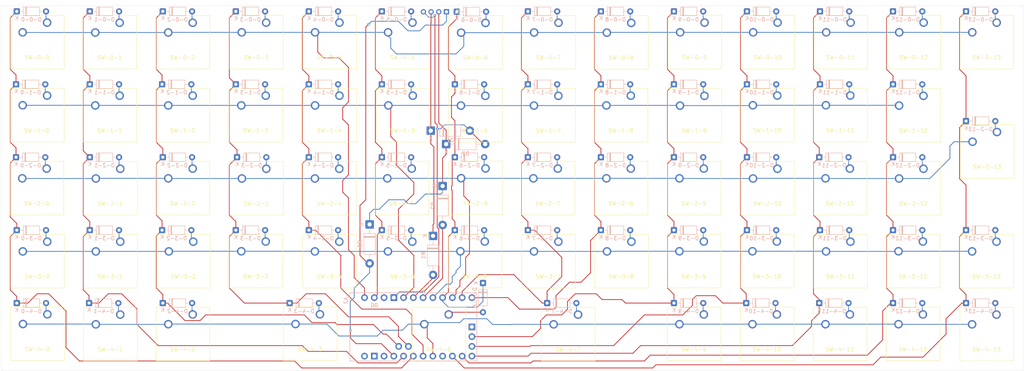
<source format=kicad_pcb>
(kicad_pcb (version 20241229) (generator "pcbnew") (generator_version "9.0")
  (layers (0 "F.Cu" signal) (2 "B.Cu" signal) (13 "F.Paste" user) (15 "B.Paste" user) (5 "F.SilkS" user "F.Silkscreen") (7 "B.SilkS" user "B.Silkscreen") (1 "F.Mask" user) (3 "B.Mask" user) (25 "Edge.Cuts" user))
  (net 0 "")
  (net 1 "/tiny+ switch array standard/r-3")
  (net 2 "/tiny+ switch array standard/r-2")
  (net 3 "/tiny+ switch array standard/r-1")
  (net 4 "/tiny+ switch array standard/r-12")
  (net 5 "/tiny+ switch array standard/r-13")
  (net 6 "/tiny+ switch array standard/wr-4")
  (net 7 "/tiny+ switch array standard/r-0")
  (net 8 "/tiny+ switch array standard/r-5")
  (net 9 "/tiny+ switch array standard/wr-1")
  (net 10 "/tiny+ switch array standard/wr-2")
  (net 11 "/tiny+ switch array standard/r-4")
  (net 12 "/tiny+ switch array standard/wr-0")
  (net 13 "/tiny+ switch array standard/r-10")
  (net 14 "/tiny+ switch array standard/r-7")
  (net 15 "/tiny+ switch array standard/r-6")
  (net 16 "/tiny+ switch array standard/wr-3")
  (net 17 "/tiny+ switch array standard/r-9")
  (net 18 "/tiny+ switch array standard/r-8")
  (net 19 "/tiny+ switch array standard/r-11")
  (net 20 "Net-(D-0-0-A)")
  (net 21 "Net-(D-0-1-A)")
  (net 22 "Net-(D-0-2-A)")
  (net 23 "Net-(D-0-3-A)")
  (net 24 "Net-(D-0-4-A)")
  (net 25 "Net-(D-0-5-A)")
  (net 26 "Net-(D-0-6-A)")
  (net 27 "Net-(D-0-7-A)")
  (net 28 "Net-(D-0-8-A)")
  (net 29 "Net-(D-0-9-A)")
  (net 30 "Net-(D-0-10-A)")
  (net 31 "Net-(D-0-11-A)")
  (net 32 "Net-(D-0-12-A)")
  (net 33 "Net-(D-0-13-A)")
  (net 34 "Net-(D-1-0-A)")
  (net 35 "Net-(D-1-1-A)")
  (net 36 "Net-(D-1-2-A)")
  (net 37 "Net-(D-1-3-A)")
  (net 38 "Net-(D-1-4-A)")
  (net 39 "Net-(D-1-5-A)")
  (net 40 "Net-(D-1-6-A)")
  (net 41 "Net-(D-1-7-A)")
  (net 42 "Net-(D-1-8-A)")
  (net 43 "Net-(D-1-9-A)")
  (net 44 "Net-(D-1-10-A)")
  (net 45 "Net-(D-1-11-A)")
  (net 46 "Net-(D-1-12-A)")
  (net 47 "Net-(D-2-0-A)")
  (net 48 "Net-(D-2-1-A)")
  (net 49 "Net-(D-2-2-A)")
  (net 50 "Net-(D-2-3-A)")
  (net 51 "Net-(D-2-4-A)")
  (net 52 "Net-(D-2-5-A)")
  (net 53 "Net-(D-2-6-A)")
  (net 54 "Net-(D-2-7-A)")
  (net 55 "Net-(D-2-8-A)")
  (net 56 "Net-(D-2-9-A)")
  (net 57 "Net-(D-2-10-A)")
  (net 58 "Net-(D-2-11-A)")
  (net 59 "Net-(D-2-12-A)")
  (net 60 "Net-(D-2-13-A)")
  (net 61 "Net-(D-3-0-A)")
  (net 62 "Net-(D-3-1-A)")
  (net 63 "Net-(D-3-2-A)")
  (net 64 "Net-(D-3-3-A)")
  (net 65 "Net-(D-3-4-A)")
  (net 66 "Net-(D-3-5-A)")
  (net 67 "Net-(D-3-6-A)")
  (net 68 "Net-(D-3-7-A)")
  (net 69 "Net-(D-3-8-A)")
  (net 70 "Net-(D-3-9-A)")
  (net 71 "Net-(D-3-10-A)")
  (net 72 "Net-(D-3-11-A)")
  (net 73 "Net-(D-3-12-A)")
  (net 74 "Net-(D-3-13-A)")
  (net 75 "Net-(D-4-0-A)")
  (net 76 "Net-(D-4-1-A)")
  (net 77 "Net-(D-4-2-A)")
  (net 78 "Net-(D-4-3-A)")
  (net 79 "Net-(D-4-6-A)")
  (net 80 "Net-(D-4-7-A)")
  (net 81 "Net-(D-4-9-A)")
  (net 82 "Net-(D-4-10-A)")
  (net 83 "Net-(D-4-11-A)")
  (net 84 "Net-(D-4-12-A)")
  (net 85 "Net-(D-4-13-A)")
  (net 92 "Net-(A2-D3_INT1)")
  (net 93 "Net-(A2-PadD4)")
  (net 94 "Net-(A2-Vcc)")
  (net 95 "Net-(D1-A+)")
  (net 96 "Net-(D1-K-)")
  (net 97 "Net-(D2-K-)")
  (footprint "Button_Switch_Keyboard:SW_Cherry_MX_1.00u_PCB" (layer "F.Cu") (at 274.62 104.92)
    (property "Reference" "SW-4-13")
    (property "Value" "SW_Push")
  )
  (footprint "Button_Switch_Keyboard:SW_Cherry_MX_1.00u_PCB" (layer "F.Cu") (at 160.47 66.88)
    (property "Reference" "SW-2-7")
    (property "Value" "SW_Push")
  )
  (footprint "Button_Switch_Keyboard:SW_Cherry_MX_1.00u_PCB" (layer "F.Cu") (at 27.66 104.84)
    (property "Reference" "SW-4-0")
    (property "Value" "SW_Push")
  )
  (footprint "Button_Switch_Keyboard:SW_Cherry_MX_1.00u_PCB" (layer "F.Cu") (at 217.58 47.84)
    (property "Reference" "SW-1-10")
    (property "Value" "SW_Push")
  )
  (footprint "Button_Switch_Keyboard:SW_Cherry_MX_1.00u_PCB" (layer "F.Cu") (at 198.62 47.92)
    (property "Reference" "SW-1-9")
    (property "Value" "SW_Push")
  )
  (footprint "Button_Switch_Keyboard:SW_Cherry_MX_1.00u_PCB" (layer "F.Cu") (at 255.62 47.92)
    (property "Reference" "SW-1-12")
    (property "Value" "SW_Push")
  )
  (footprint "Button_Switch_Keyboard:SW_Cherry_MX_1.00u_PCB" (layer "F.Cu") (at 236.62 85.92)
    (property "Reference" "SW-3-11")
    (property "Value" "SW_Push")
  )
  (footprint "Button_Switch_Keyboard:SW_Cherry_MX_1.00u_PCB" (layer "F.Cu") (at 160.66 28.88)
    (property "Reference" "SW-0-7")
    (property "Value" "SW_Push")
  )
  (footprint "Button_Switch_Keyboard:SW_Cherry_MX_1.00u_PCB" (layer "F.Cu") (at 236.66 28.84)
    (property "Reference" "SW-0-11")
    (property "Value" "SW_Push")
  )
  (footprint "Button_Switch_Keyboard:SW_Cherry_MX_1.00u_PCB" (layer "F.Cu") (at 198.47 104.88)
    (property "Reference" "SW-4-9")
    (property "Value" "SW_Push")
  )
  (footprint "Button_Switch_Keyboard:SW_Cherry_MX_1.00u_PCB" (layer "F.Cu") (at 160.62 85.92)
    (property "Reference" "SW-3-7")
    (property "Value" "SW_Push")
  )
  (footprint "Button_Switch_Keyboard:SW_Cherry_MX_1.00u_PCB" (layer "F.Cu") (at 179.58 28.92)
    (property "Reference" "SW-0-8")
    (property "Value" "SW_Push")
  )
  (footprint "Button_Switch_Keyboard:SW_Cherry_MX_1.00u_PCB" (layer "F.Cu") (at 179.47 66.88)
    (property "Reference" "SW-2-8")
    (property "Value" "SW_Push")
  )
  (footprint "Button_Switch_Keyboard:SW_Cherry_MX_1.00u_PCB" (layer "F.Cu") (at 46.62 104.92)
    (property "Reference" "SW-4-1")
    (property "Value" "SW_Push")
  )
  (footprint "Button_Switch_Keyboard:SW_Cherry_MX_1.00u_PCB" (layer "F.Cu") (at 179.62 85.92)
    (property "Reference" "SW-3-8")
    (property "Value" "SW_Push")
  )
  (footprint "Button_Switch_Keyboard:SW_Cherry_MX_1.00u_PCB" (layer "F.Cu") (at 122.47 66.88)
    (property "Reference" "SW-2-5")
    (property "Value" "SW_Push")
  )
  (footprint "Button_Switch_Keyboard:SW_Cherry_MX_1.00u_PCB" (layer "F.Cu") (at 179.47 47.88)
    (property "Reference" "SW-1-8")
    (property "Value" "SW_Push")
  )
  (footprint "Button_Switch_Keyboard:SW_Cherry_MX_1.00u_PCB" (layer "F.Cu") (at 46.62 85.92)
    (property "Reference" "SW-3-1")
    (property "Value" "SW_Push")
  )
  (footprint "Button_Switch_Keyboard:SW_Cherry_MX_1.00u_PCB" (layer "F.Cu") (at 46.47 47.88)
    (property "Reference" "SW-1-1")
    (property "Value" "SW_Push")
  )
  (footprint "Button_Switch_Keyboard:SW_Cherry_MX_1.00u_PCB" (layer "F.Cu") (at 141.66 66.84)
    (property "Reference" "SW-2-6")
    (property "Value" "SW_Push")
  )
  (footprint "Button_Switch_Keyboard:SW_Cherry_MX_1.00u_PCB" (layer "F.Cu") (at 65.62 85.92)
    (property "Reference" "SW-3-2")
    (property "Value" "SW_Push")
  )
  (footprint "Button_Switch_Keyboard:SW_Cherry_MX_1.00u_PCB" (layer "F.Cu") (at 46.47 28.88)
    (property "Reference" "SW-0-1")
    (property "Value" "SW_Push")
  )
  (footprint "Button_Switch_Keyboard:SW_Cherry_MX_1.00u_PCB" (layer "F.Cu") (at 236.47 104.88)
    (property "Reference" "SW-4-11")
    (property "Value" "SW_Push")
  )
  (footprint "Button_Switch_Keyboard:SW_Cherry_MX_1.00u_PCB" (layer "F.Cu") (at 255.47 104.88)
    (property "Reference" "SW-4-12")
    (property "Value" "SW_Push")
  )
  (footprint "Button_Switch_Keyboard:SW_Cherry_MX_1.00u_PCB" (layer "F.Cu") (at 198.47 85.88)
    (property "Reference" "SW-3-9")
    (property "Value" "SW_Push")
  )
  (footprint "Button_Switch_Keyboard:SW_Cherry_MX_1.00u_PCB" (layer "F.Cu") (at 122.74 47.88)
    (property "Reference" "SW-1-5")
    (property "Value" "SW_Push")
  )
  (footprint "Button_Switch_Keyboard:SW_Cherry_MX_1.00u_PCB" (layer "F.Cu") (at 160.62 47.92)
    (property "Reference" "SW-1-7")
    (property "Value" "SW_Push")
  )
  (footprint "Button_Switch_Keyboard:SW_Cherry_MX_1.00u_PCB" (layer "F.Cu") (at 103.66 47.88)
    (property "Reference" "SW-1-4")
    (property "Value" "SW_Push")
  )
  (footprint "Button_Switch_Keyboard:SW_Cherry_MX_1.00u_PCB" (layer "F.Cu") (at 122.62 85.92)
    (property "Reference" "SW-3-5")
    (property "Value" "SW_Push")
  )
  (footprint "Button_Switch_Keyboard:SW_Cherry_MX_1.00u_PCB" (layer "F.Cu") (at 236.58 47.84)
    (property "Reference" "SW-1-11")
    (property "Value" "SW_Push")
  )
  (footprint "custom:PinHeader_1x04_P2.00mm_Horizontal" (layer "F.Cu") (at 131.5 26.03125 -90)
    (property "Reference" "J1")
    (property "Value" "USB_A")
  )
  (footprint "Button_Switch_Keyboard:SW_Cherry_MX_1.00u_PCB" (layer "F.Cu") (at 274.66 28.84)
    (property "Reference" "SW-0-13")
    (property "Value" "SW_Push")
  )
  (footprint "Button_Switch_Keyboard:SW_Cherry_MX_1.00u_PCB" (layer "F.Cu") (at 255.62 66.92)
    (property "Reference" "SW-2-12")
    (property "Value" "SW_Push")
  )
  (footprint "Button_Switch_Keyboard:SW_Cherry_MX_1.00u_PCB" (layer "F.Cu") (at 84.47 85.88)
    (property "Reference" "SW-3-3")
    (property "Value" "SW_Push")
  )
  (footprint "Button_Switch_Keyboard:SW_Cherry_MX_1.00u_PCB" (layer "F.Cu") (at 274.62 85.92)
    (property "Reference" "SW-3-13")
    (property "Value" "SW_Push")
  )
  (footprint "Button_Switch_Keyboard:SW_Cherry_MX_1.00u_PCB" (layer "F.Cu") (at 122.66 28.84)
    (property "Reference" "SW-0-5")
    (property "Value" "SW_Push")
  )
  (footprint "Button_Switch_Keyboard:SW_Cherry_MX_1.00u_PCB" (layer "F.Cu") (at 98.58 104.84)
    (property "Reference" "SW-4-3")
    (property "Value" "SW_Push")
  )
  (footprint "Button_Switch_Keyboard:SW_Cherry_MX_1.00u_PCB" (layer "F.Cu") (at 236.47 66.88)
    (property "Reference" "SW-2-11")
    (property "Value" "SW_Push")
  )
  (footprint "Button_Switch_Keyboard:SW_Cherry_MX_1.00u_PCB" (layer "F.Cu") (at 255.66 28.84)
    (property "Reference" "SW-0-12")
    (property "Value" "SW_Push")
  )
  (footprint "Button_Switch_Keyboard:SW_Cherry_MX_1.00u_PCB" (layer "F.Cu") (at 27.58 47.84)
    (property "Reference" "SW-1-0")
    (property "Value" "SW_Push")
  )
  (footprint "Button_Switch_Keyboard:SW_Cherry_MX_1.00u_PCB" (layer "F.Cu") (at 27.58 28.84)
    (property "Reference" "SW-0-0")
    (property "Value" "SW_Push")
  )
  (footprint "Button_Switch_Keyboard:SW_Cherry_MX_1.00u_PCB" (layer "F.Cu") (at 65.47 47.88)
    (property "Reference" "SW-1-2")
    (property "Value" "SW_Push")
  )
  (footprint "Button_Switch_Keyboard:SW_Cherry_MX_1.00u_PCB" (layer "F.Cu") (at 141.66 28.92)
    (property "Reference" "SW-0-6")
    (property "Value" "SW_Push")
  )
  (footprint "Button_Switch_Keyboard:SW_Cherry_MX_1.00u_PCB" (layer "F.Cu") (at 103.66 28.84)
    (property "Reference" "SW-0-4")
    (property "Value" "SW_Push")
  )
  (footprint "Button_Switch_Keyboard:SW_Cherry_MX_1.00u_PCB" (layer "F.Cu") (at 132.08 104.88)
    (property "Reference" "SW-4-6")
    (property "Value" "SW_Push")
  )
  (footprint "Button_Switch_Keyboard:SW_Cherry_MX_1.00u_PCB" (layer "F.Cu") (at 217.66 28.84)
    (property "Reference" "SW-0-10")
    (property "Value" "SW_Push")
  )
  (footprint "Button_Switch_Keyboard:SW_Cherry_MX_1.00u_PCB" (layer "F.Cu") (at 141.47 85.88)
    (property "Reference" "SW-3-6")
    (property "Value" "SW_Push")
  )
  (footprint "Button_Switch_Keyboard:SW_Cherry_MX_1.00u_PCB" (layer "F.Cu") (at 103.62 66.92)
    (property "Reference" "SW-2-4")
    (property "Value" "SW_Push")
  )
  (footprint "Button_Switch_Keyboard:SW_Cherry_MX_1.00u_PCB" (layer "F.Cu") (at 46.62 66.92)
    (property "Reference" "SW-2-1")
    (property "Value" "SW_Push")
  )
  (footprint "Button_Switch_Keyboard:SW_Cherry_MX_1.00u_PCB" (layer "F.Cu") (at 198.66 28.84)
    (property "Reference" "SW-0-9")
    (property "Value" "SW_Push")
  )
  (footprint "Button_Switch_Keyboard:SW_Cherry_MX_1.00u_PCB" (layer "F.Cu") (at 141.62 47.92)
    (property "Reference" "SW-1-6")
    (property "Value" "SW_Push")
  )
  (footprint "Button_Switch_Keyboard:SW_Cherry_MX_1.00u_PCB" (layer "F.Cu") (at 217.47 104.88)
    (property "Reference" "SW-4-10")
    (property "Value" "SW_Push")
  )
  (footprint "Button_Switch_Keyboard:SW_Cherry_MX_1.00u_PCB" (layer "F.Cu") (at 217.62 66.92)
    (property "Reference" "SW-2-10")
    (property "Value" "SW_Push")
  )
  (footprint "Button_Switch_Keyboard:SW_Cherry_MX_1.00u_PCB" (layer "F.Cu") (at 274.74 57.34)
    (property "Reference" "SW-2-13")
    (property "Value" "SW_Push")
  )
  (footprint "Button_Switch_Keyboard:SW_Cherry_MX_1.00u_PCB" (layer "F.Cu") (at 27.47 66.88)
    (property "Reference" "SW-2-0")
    (property "Value" "SW_Push")
  )
  (footprint "Button_Switch_Keyboard:SW_Cherry_MX_1.00u_PCB" (layer "F.Cu") (at 65.47 66.88)
    (property "Reference" "SW-2-2")
    (property "Value" "SW_Push")
  )
  (footprint "Button_Switch_Keyboard:SW_Cherry_MX_1.00u_PCB" (layer "F.Cu") (at 165.74 104.92)
    (property "Reference" "SW-4-7")
    (property "Value" "SW_Push")
  )
  (footprint "Button_Switch_Keyboard:SW_Cherry_MX_1.00u_PCB" (layer "F.Cu") (at 27.62 85.92)
    (property "Reference" "SW-3-0")
    (property "Value" "SW_Push")
  )
  (footprint "Button_Switch_Keyboard:SW_Cherry_MX_1.00u_PCB" (layer "F.Cu") (at 255.47 85.88)
    (property "Reference" "SW-3-12")
    (property "Value" "SW_Push")
  )
  (footprint "Button_Switch_Keyboard:SW_Cherry_MX_1.00u_PCB" (layer "F.Cu") (at 103.62 85.92)
    (property "Reference" "SW-3-4")
    (property "Value" "SW_Push")
  )
  (footprint "Button_Switch_Keyboard:SW_Cherry_MX_1.00u_PCB" (layer "F.Cu") (at 84.58 28.84)
    (property "Reference" "SW-0-3")
    (property "Value" "SW_Push")
  )
  (footprint "Button_Switch_Keyboard:SW_Cherry_MX_1.00u_PCB" (layer "F.Cu") (at 65.47 28.88)
    (property "Reference" "SW-0-2")
    (property "Value" "SW_Push")
  )
  (footprint "Button_Switch_Keyboard:SW_Cherry_MX_1.00u_PCB" (layer "F.Cu") (at 84.47 47.88)
    (property "Reference" "SW-1-3")
    (property "Value" "SW_Push")
  )
  (footprint "Button_Switch_Keyboard:SW_Cherry_MX_1.00u_PCB" (layer "F.Cu") (at 217.47 85.88)
    (property "Reference" "SW-3-10")
    (property "Value" "SW_Push")
  )
  (footprint "Button_Switch_Keyboard:SW_Cherry_MX_1.00u_PCB" (layer "F.Cu") (at 198.47 66.88)
    (property "Reference" "SW-2-9")
    (property "Value" "SW_Push")
  )
  (footprint "Button_Switch_Keyboard:SW_Cherry_MX_1.00u_PCB" (layer "F.Cu") (at 65.47 104.88)
    (property "Reference" "SW-4-2")
    (property "Value" "SW_Push")
  )
  (footprint "Button_Switch_Keyboard:SW_Cherry_MX_1.00u_PCB" (layer "F.Cu") (at 84.62 66.92)
    (property "Reference" "SW-2-3")
    (property "Value" "SW_Push")
  )
  (footprint "Diode_THT:D_DO-35_SOD27_P7.62mm_Horizontal" (layer "B.Cu") (at 228.69 82.92)
    (property "Reference" "D-3-11")
    (property "Value" "1N4148")
  )
  (footprint "Diode_THT:D_DO-35_SOD27_P7.62mm_Horizontal" (layer "B.Cu") (at 152.69 63.92)
    (property "Reference" "D-2-7")
    (property "Value" "1N4148")
  )
  (footprint "Diode_THT:D_DO-35_SOD27_P7.62mm_Horizontal" (layer "B.Cu") (at 247.69 82.92)
    (property "Reference" "D-3-12")
    (property "Value" "1N4148")
  )
  (footprint "Diode_THT:D_DO-35_SOD27_P7.62mm_Horizontal" (layer "B.Cu") (at 95.69 82.92)
    (property "Reference" "D-3-4")
    (property "Value" "1N4148")
  )
  (footprint "Diode_THT:D_DO-35_SOD27_P7.62mm_Horizontal" (layer "B.Cu") (at 76.69 82.92)
    (property "Reference" "D-3-3")
    (property "Value" "1N4148")
  )
  (footprint "Diode_THT:D_DO-35_SOD27_P7.62mm_Horizontal" (layer "B.Cu") (at 247.69 44.92)
    (property "Reference" "D-1-12")
    (property "Value" "1N4148")
  )
  (footprint "Diode_THT:D_DO-35_SOD27_P7.62mm_Horizontal" (layer "B.Cu") (at 57.5 82.92)
    (property "Reference" "D-3-2")
    (property "Value" "1N4148")
  )
  (footprint "Diode_THT:D_DO-41_SOD81_P10.16mm_Horizontal" (layer "B.Cu") (at 130.5 71.42 -90)
    (property "Reference" "R2")
    (property "Value" "68R")
  )
  (footprint "Diode_THT:D_DO-35_SOD27_P7.62mm_Horizontal" (layer "B.Cu") (at 114.69 25.92)
    (property "Reference" "D-0-5")
    (property "Value" "1N4148")
  )
  (footprint "Diode_THT:D_DO-35_SOD27_P7.62mm_Horizontal" (layer "B.Cu") (at 95.69 44.92)
    (property "Reference" "D-1-4")
    (property "Value" "1N4148")
  )
  (footprint "Diode_THT:D_DO-35_SOD27_P7.62mm_Horizontal" (layer "B.Cu") (at 266.69 82.92)
    (property "Reference" "D-3-13")
    (property "Value" "1N4148")
  )
  (footprint "Diode_THT:D_DO-35_SOD27_P7.62mm_Horizontal" (layer "B.Cu") (at 152.69 25.92)
    (property "Reference" "D-0-7")
    (property "Value" "1N4148")
  )
  (footprint "Diode_THT:D_DO-35_SOD27_P7.62mm_Horizontal" (layer "B.Cu") (at 95.69 63.92)
    (property "Reference" "D-2-4")
    (property "Value" "1N4148")
  )
  (footprint "Diode_THT:D_DO-35_SOD27_P7.62mm_Horizontal" (layer "B.Cu") (at 266.69 101.92)
    (property "Reference" "D-4-13")
    (property "Value" "1N4148")
  )
  (footprint "Diode_THT:D_DO-35_SOD27_P7.62mm_Horizontal" (layer "B.Cu") (at 19.5 44.92)
    (property "Reference" "D-1-0")
    (property "Value" "1N4148")
  )
  (footprint "Diode_THT:D_DO-35_SOD27_P7.62mm_Horizontal" (layer "B.Cu") (at 247.69 25.92)
    (property "Reference" "D-0-12")
    (property "Value" "1N4148")
  )
  (footprint "Diode_THT:D_DO-35_SOD27_P7.62mm_Horizontal" (layer "B.Cu") (at 76.69 44.92)
    (property "Reference" "D-1-3")
    (property "Value" "1N4148")
  )
  (footprint "PCM_arduino-library:Clone_Pro_Mini_Socket_NoSPH" (layer "B.Cu") (at 122.88 108.12 -90)
    (property "Reference" "A2")
    (property "Value" "Clone_Pro_Mini_Socket_NoSPH")
  )
  (footprint "Diode_THT:D_DO-35_SOD27_P7.62mm_Horizontal" (layer "B.Cu") (at 19.69 82.92)
    (property "Reference" "D-3-0")
    (property "Value" "1N4148")
  )
  (footprint "Diode_THT:D_DO-35_SOD27_P7.62mm_Horizontal" (layer "B.Cu") (at 171.69 82.92)
    (property "Reference" "D-3-8")
    (property "Value" "1N4148")
  )
  (footprint "Diode_THT:D_DO-35_SOD27_P7.62mm_Horizontal" (layer "B.Cu") (at 38.69 44.92)
    (property "Reference" "D-1-1")
    (property "Value" "1N4148")
  )
  (footprint "Diode_THT:D_DO-35_SOD27_P7.62mm_Horizontal" (layer "B.Cu") (at 38.69 82.92)
    (property "Reference" "D-3-1")
    (property "Value" "1N4148")
  )
  (footprint "Diode_THT:D_DO-35_SOD27_P7.62mm_Horizontal" (layer "B.Cu") (at 95.69 25.92)
    (property "Reference" "D-0-4")
    (property "Value" "1N4148")
  )
  (footprint "Diode_THT:D_DO-35_SOD27_P7.62mm_Horizontal" (layer "B.Cu") (at 247.69 63.92)
    (property "Reference" "D-2-12")
    (property "Value" "1N4148")
  )
  (footprint "Diode_THT:D_DO-35_SOD27_P7.62mm_Horizontal" (layer "B.Cu") (at 209.69 25.92)
    (property "Reference" "D-0-10")
    (property "Value" "1N4148")
  )
  (footprint "Diode_THT:D_DO-41_SOD81_P10.16mm_Horizontal" (layer "B.Cu") (at 131.42 60.5)
    (property "Reference" "D2")
    (property "Value" "D,Zener,IEC")
  )
  (footprint "Diode_THT:D_DO-35_SOD27_P7.62mm_Horizontal" (layer "B.Cu") (at 114.69 44.92)
    (property "Reference" "D-1-5")
    (property "Value" "1N4148")
  )
  (footprint "Diode_THT:D_DO-35_SOD27_P7.62mm_Horizontal" (layer "B.Cu") (at 157.69 101.92)
    (property "Reference" "D-4-7")
    (property "Value" "1N4148")
  )
  (footprint "Diode_THT:D_DO-35_SOD27_P7.62mm_Horizontal" (layer "B.Cu") (at 141 96.69 -90)
    (property "Reference" "D-4-6")
    (property "Value" "1N4148")
  )
  (footprint "Diode_THT:D_DO-35_SOD27_P7.62mm_Horizontal" (layer "B.Cu") (at 133.69 82.92)
    (property "Reference" "D-3-6")
    (property "Value" "1N4148")
  )
  (footprint "Diode_THT:D_DO-35_SOD27_P7.62mm_Horizontal" (layer "B.Cu") (at 209.69 44.92)
    (property "Reference" "D-1-10")
    (property "Value" "1N4148")
  )
  (footprint "Diode_THT:D_DO-35_SOD27_P7.62mm_Horizontal" (layer "B.Cu") (at 90.69 101.92)
    (property "Reference" "D-4-3")
    (property "Value" "1N4148")
  )
  (footprint "Diode_THT:D_DO-35_SOD27_P7.62mm_Horizontal" (layer "B.Cu") (at 114.69 63.92)
    (property "Reference" "D-2-5")
    (property "Value" "1N4148")
  )
  (footprint "Diode_THT:D_DO-41_SOD81_P10.16mm_Horizontal" (layer "B.Cu") (at 128 84.42 -90)
    (property "Reference" "R1")
    (property "Value" "68R")
  )
  (footprint "Diode_THT:D_DO-35_SOD27_P7.62mm_Horizontal" (layer "B.Cu") (at 228.69 44.92)
    (property "Reference" "D-1-11")
    (property "Value" "1N4148")
  )
  (footprint "Diode_THT:D_DO-35_SOD27_P7.62mm_Horizontal" (layer "B.Cu") (at 228.69 25.92)
    (property "Reference" "D-0-11")
    (property "Value" "1N4148")
  )
  (footprint "Diode_THT:D_DO-35_SOD27_P7.62mm_Horizontal" (layer "B.Cu") (at 57.69 101.92)
    (property "Reference" "D-4-2")
    (property "Value" "1N4148")
  )
  (footprint "Diode_THT:D_DO-35_SOD27_P7.62mm_Horizontal" (layer "B.Cu") (at 152.69 44.92)
    (property "Reference" "D-1-7")
    (property "Value" "1N4148")
  )
  (footprint "Diode_THT:D_DO-35_SOD27_P7.62mm_Horizontal" (layer "B.Cu") (at 209.69 82.92)
    (property "Reference" "D-3-10")
    (property "Value" "1N4148")
  )
  (footprint "Diode_THT:D_DO-35_SOD27_P7.62mm_Horizontal" (layer "B.Cu") (at 190.69 63.92)
    (property "Reference" "D-2-9")
    (property "Value" "1N4148")
  )
  (footprint "Diode_THT:D_DO-35_SOD27_P7.62mm_Horizontal" (layer "B.Cu") (at 247.69 101.92)
    (property "Reference" "D-4-12")
    (property "Value" "1N4148")
  )
  (footprint "Diode_THT:D_DO-35_SOD27_P7.62mm_Horizontal" (layer "B.Cu") (at 57.69 63.92)
    (property "Reference" "D-2-2")
    (property "Value" "1N4148")
  )
  (footprint "Diode_THT:D_DO-35_SOD27_P7.62mm_Horizontal" (layer "B.Cu") (at 209.69 63.92)
    (property "Reference" "D-2-10")
    (property "Value" "1N4148")
  )
  (footprint "Diode_THT:D_DO-41_SOD81_P10.16mm_Horizontal" (layer "B.Cu") (at 127.42 57)
    (property "Reference" "D1")
    (property "Value" "D,Zener,IEC")
  )
  (footprint "Diode_THT:D_DO-35_SOD27_P7.62mm_Horizontal" (layer "B.Cu") (at 57.5 44.92)
    (property "Reference" "D-1-2")
    (property "Value" "1N4148")
  )
  (footprint "Diode_THT:D_DO-41_SOD81_P10.16mm_Horizontal" (layer "B.Cu") (at 111.5 81.42 -90)
    (property "Reference" "R3")
    (property "Value" "1k5")
  )
  (footprint "Diode_THT:D_DO-35_SOD27_P7.62mm_Horizontal" (layer "B.Cu") (at 76.69 25.92)
    (property "Reference" "D-0-3")
    (property "Value" "1N4148")
  )
  (footprint "Diode_THT:D_DO-35_SOD27_P7.62mm_Horizontal" (layer "B.Cu") (at 114.69 82.92)
    (property "Reference" "D-3-5")
    (property "Value" "1N4148")
  )
  (footprint "Diode_THT:D_DO-35_SOD27_P7.62mm_Horizontal" (layer "B.Cu") (at 133.69 44.92)
    (property "Reference" "D-1-6")
    (property "Value" "1N4148")
  )
  (footprint "Diode_THT:D_DO-35_SOD27_P7.62mm_Horizontal" (layer "B.Cu") (at 77 63.92)
    (property "Reference" "D-2-3")
    (property "Value" "1N4148")
  )
  (footprint "Diode_THT:D_DO-35_SOD27_P7.62mm_Horizontal" (layer "B.Cu") (at 266.69 54.5)
    (property "Reference" "D-2-13")
    (property "Value" "1N4148")
  )
  (footprint "Diode_THT:D_DO-35_SOD27_P7.62mm_Horizontal" (layer "B.Cu") (at 57.69 25.92)
    (property "Reference" "D-0-2")
    (property "Value" "1N4148")
  )
  (footprint "Diode_THT:D_DO-35_SOD27_P7.62mm_Horizontal" (layer "B.Cu") (at 266.69 25.92)
    (property "Reference" "D-0-13")
    (property "Value" "1N4148")
  )
  (footprint "Diode_THT:D_DO-35_SOD27_P7.62mm_Horizontal" (layer "B.Cu") (at 228.5 101.92)
    (property "Reference" "D-4-11")
    (property "Value" "1N4148")
  )
  (footprint "Diode_THT:D_DO-35_SOD27_P7.62mm_Horizontal" (layer "B.Cu") (at 228.5 63.92)
    (property "Reference" "D-2-11")
    (property "Value" "1N4148")
  )
  (footprint "Diode_THT:D_DO-35_SOD27_P7.62mm_Horizontal" (layer "B.Cu") (at 19.69 101.92)
    (property "Reference" "D-4-0")
    (property "Value" "1N4148")
  )
  (footprint "Diode_THT:D_DO-35_SOD27_P7.62mm_Horizontal" (layer "B.Cu") (at 134.19 26)
    (property "Reference" "D-0-6")
    (property "Value" "1N4148")
  )
  (footprint "Diode_THT:D_DO-35_SOD27_P7.62mm_Horizontal" (layer "B.Cu") (at 19.69 25.92)
    (property "Reference" "D-0-0")
    (property "Value" "1N4148")
  )
  (footprint "Diode_THT:D_DO-35_SOD27_P7.62mm_Horizontal" (layer "B.Cu") (at 171.69 25.92)
    (property "Reference" "D-0-8")
    (property "Value" "1N4148")
  )
  (footprint "Diode_THT:D_DO-35_SOD27_P7.62mm_Horizontal" (layer "B.Cu") (at 38.69 63.92)
    (property "Reference" "D-2-1")
    (property "Value" "1N4148")
  )
  (footprint "Diode_THT:D_DO-35_SOD27_P7.62mm_Horizontal" (layer "B.Cu") (at 171.69 63.92)
    (property "Reference" "D-2-8")
    (property "Value" "1N4148")
  )
  (footprint "Diode_THT:D_DO-35_SOD27_P7.62mm_Horizontal" (layer "B.Cu") (at 190.69 25.92)
    (property "Reference" "D-0-9")
    (property "Value" "1N4148")
  )
  (footprint "Diode_THT:D_DO-35_SOD27_P7.62mm_Horizontal" (layer "B.Cu") (at 209.5 101.92)
    (property "Reference" "D-4-10")
    (property "Value" "1N4148")
  )
  (footprint "Diode_THT:D_DO-35_SOD27_P7.62mm_Horizontal" (layer "B.Cu") (at 190.69 44.92)
    (property "Reference" "D-1-9")
    (property "Value" "1N4148")
  )
  (footprint "Diode_THT:D_DO-35_SOD27_P7.62mm_Horizontal" (layer "B.Cu") (at 38.5 101.92)
    (property "Reference" "D-4-1")
    (property "Value" "1N4148")
  )
  (footprint "Diode_THT:D_DO-35_SOD27_P7.62mm_Horizontal" (layer "B.Cu") (at 152.69 82.92)
    (property "Reference" "D-3-7")
    (property "Value" "1N4148")
  )
  (footprint "Diode_THT:D_DO-35_SOD27_P7.62mm_Horizontal" (layer "B.Cu") (at 171.69 44.92)
    (property "Reference" "D-1-8")
    (property "Value" "1N4148")
  )
  (footprint "Diode_THT:D_DO-35_SOD27_P7.62mm_Horizontal" (layer "B.Cu") (at 133.69 63.92)
    (property "Reference" "D-2-6")
    (property "Value" "1N4148")
  )
  (footprint "Diode_THT:D_DO-35_SOD27_P7.62mm_Horizontal" (layer "B.Cu") (at 190.69 82.92)
    (property "Reference" "D-3-9")
    (property "Value" "1N4148")
  )
  (footprint "Diode_THT:D_DO-35_SOD27_P7.62mm_Horizontal" (layer "B.Cu") (at 190.69 101.92)
    (property "Reference" "D-4-9")
    (property "Value" "1N4148")
  )
  (footprint "Diode_THT:D_DO-35_SOD27_P7.62mm_Horizontal" (layer "B.Cu") (at 19.5 63.92)
    (property "Reference" "D-2-0")
    (property "Value" "1N4148")
  )
  (footprint "Diode_THT:D_DO-35_SOD27_P7.62mm_Horizontal" (layer "B.Cu") (at 38.69 25.92)
    (property "Reference" "D-0-1")
    (property "Value" "1N4148")
  )
  (gr_rect (start 15.62 24.42) (end 281.62 119.42) (stroke (width 0.05)) (fill no) (layer "Edge.Cuts"))
  (segment (start 77 63.92) (end 75 65.92) (width 0.2) (layer "F.Cu") (net 1))
  (segment (start 75 60) (end 77 62) (width 0.2) (layer "F.Cu") (net 1))
  (segment (start 95 99.5) (end 92.58 101.92) (width 0.2) (layer "F.Cu") (net 1))
  (segment (start 119 108) (end 116.5 105.5) (width 0.2) (layer "F.Cu") (net 1))
  (segment (start 75 27.61) (end 75 43.23) (width 0.2) (layer "F.Cu") (net 1))
  (segment (start 76.69 80.69) (end 76.69 82.92) (width 0.2) (layer "F.Cu") (net 1))
  (segment (start 92.58 101.92) (end 90.69 101.92) (width 0.2) (layer "F.Cu") (net 1))
  (segment (start 77 62) (end 77 63.92) (width 0.2) (layer "F.Cu") (net 1))
  (segment (start 75 98) (end 78.92 101.92) (width 0.2) (layer "F.Cu") (net 1))
  (segment (start 75 84.61) (end 75 98) (width 0.2) (layer "F.Cu") (net 1))
  (segment (start 119 110.59) (end 119 108) (width 0.2) (layer "F.Cu") (net 1))
  (segment (start 121.61 113.2) (end 119 110.59) (width 0.2) (layer "F.Cu") (net 1))
  (segment (start 76.69 44.92) (end 75 46.61) (width 0.2) (layer "F.Cu") (net 1))
  (segment (start 76.69 25.92) (end 75 27.61) (width 0.2) (layer "F.Cu") (net 1))
  (segment (start 78.92 101.92) (end 90.69 101.92) (width 0.2) (layer "F.Cu") (net 1))
  (segment (start 75 46.61) (end 75 60) (width 0.2) (layer "F.Cu") (net 1))
  (segment (start 75 79) (end 76.69 80.69) (width 0.2) (layer "F.Cu") (net 1))
  (segment (start 76.69 82.92) (end 75 84.61) (width 0.2) (layer "F.Cu") (net 1))
  (segment (start 106 105.5) (end 100 99.5) (width 0.2) (layer "F.Cu") (net 1))
  (segment (start 75 43.23) (end 76.69 44.92) (width 0.2) (layer "F.Cu") (net 1))
  (segment (start 100 99.5) (end 95 99.5) (width 0.2) (layer "F.Cu") (net 1))
  (segment (start 75 65.92) (end 75 79) (width 0.2) (layer "F.Cu") (net 1))
  (segment (start 116.5 105.5) (end 106 105.5) (width 0.2) (layer "F.Cu") (net 1))
  (segment (start 57.5 44.92) (end 56 46.42) (width 0.2) (layer "F.Cu") (net 2))
  (segment (start 115.87 110) (end 119.07 113.2) (width 0.2) (layer "F.Cu") (net 2))
  (segment (start 56 65.61) (end 56 79) (width 0.2) (layer "F.Cu") (net 2))
  (segment (start 68.855886 105) (end 94.5 105) (width 0.2) (layer "F.Cu") (net 2))
  (segment (start 56 84.42) (end 56 98) (width 0.2) (layer "F.Cu") (net 2))
  (segment (start 63.5 106.5) (end 67.355886 106.5) (width 0.2) (layer "F.Cu") (net 2))
  (segment (start 94.5 105) (end 96.5 107) (width 0.2) (layer "F.Cu") (net 2))
  (segment (start 115 110) (end 115.87 110) (width 0.2) (layer "F.Cu") (net 2))
  (segment (start 56 60) (end 57.69 61.69) (width 0.2) (layer "F.Cu") (net 2))
  (segment (start 96.5 107) (end 102.5 107) (width 0.2) (layer "F.Cu") (net 2))
  (segment (start 57.5 80.5) (end 57.5 82.92) (width 0.2) (layer "F.Cu") (net 2))
  (segment (start 112.5 107.5) (end 115 110) (width 0.2) (layer "F.Cu") (net 2))
  (segment (start 56 27.61) (end 56 41) (width 0.2) (layer "F.Cu") (net 2))
  (segment (start 58.92 101.92) (end 63.5 106.5) (width 0.2) (layer "F.Cu") (net 2))
  (segment (start 57.69 101.92) (end 58.92 101.92) (width 0.2) (layer "F.Cu") (net 2))
  (segment (start 57.69 63.92) (end 56 65.61) (width 0.2) (layer "F.Cu") (net 2))
  (segment (start 57.69 99.69) (end 57.69 101.92) (width 0.2) (layer "F.Cu") (net 2))
  (segment (start 57.5 42.5) (end 57.5 44.92) (width 0.2) (layer "F.Cu") (net 2))
  (segment (start 57.69 61.69) (end 57.69 63.92) (width 0.2) (layer "F.Cu") (net 2))
  (segment (start 67.355886 106.5) (end 68.855886 105) (width 0.2) (layer "F.Cu") (net 2))
  (segment (start 56 79) (end 57.5 80.5) (width 0.2) (layer "F.Cu") (net 2))
  (segment (start 56 46.42) (end 56 60) (width 0.2) (layer "F.Cu") (net 2))
  (segment (start 57.69 25.92) (end 56 27.61) (width 0.2) (layer "F.Cu") (net 2))
  (segment (start 102.5 107) (end 103 107.5) (width 0.2) (layer "F.Cu") (net 2))
  (segment (start 56 98) (end 57.69 99.69) (width 0.2) (layer "F.Cu") (net 2))
  (segment (start 56 41) (end 57.5 42.5) (width 0.2) (layer "F.Cu") (net 2))
  (segment (start 57.5 82.92) (end 56 84.42) (width 0.2) (layer "F.Cu") (net 2))
  (segment (start 103 107.5) (end 112.5 107.5) (width 0.2) (layer "F.Cu") (net 2))
  (segment (start 38.69 25.92) (end 37 27.61) (width 0.2) (layer "F.Cu") (net 3))
  (segment (start 43.5 99.5) (end 41 102) (width 0.2) (layer "F.Cu") (net 3))
  (segment (start 41 102) (end 40.92 101.92) (width 0.2) (layer "F.Cu") (net 3))
  (segment (start 108.5 117.5) (end 105.5 114.5) (width 0.2) (layer "F.Cu") (net 3))
  (segment (start 37 65.61) (end 37 79) (width 0.2) (layer "F.Cu") (net 3))
  (segment (start 37 62.23) (end 38.69 63.92) (width 0.2) (layer "F.Cu") (net 3))
  (segment (start 56.5 113) (end 51 107.5) (width 0.2) (layer "F.Cu") (net 3))
  (segment (start 40.92 101.92) (end 38.5 101.92) (width 0.2) (layer "F.Cu") (net 3))
  (segment (start 38.5 100) (end 38.5 101.92) (width 0.2) (layer "F.Cu") (net 3))
  (segment (start 37 84.61) (end 37 98.5) (width 0.2) (layer "F.Cu") (net 3))
  (segment (start 95.5 114.5) (end 94 113) (width 0.2) (layer "F.Cu") (net 3))
  (segment (start 51 103.5) (end 47 99.5) (width 0.2) (layer "F.Cu") (net 3))
  (segment (start 105.5 114.5) (end 95.5 114.5) (width 0.2) (layer "F.Cu") (net 3))
  (segment (start 37 79) (end 38.69 80.69) (width 0.2) (layer "F.Cu") (net 3))
  (segment (start 118.58 117.5) (end 108.5 117.5) (width 0.2) (layer "F.Cu") (net 3))
  (segment (start 38.69 42.69) (end 38.69 44.92) (width 0.2) (layer "F.Cu") (net 3))
  (segment (start 38.69 80.69) (end 38.69 82.92) (width 0.2) (layer "F.Cu") (net 3))
  (segment (start 37 27.61) (end 37 41) (width 0.2) (layer "F.Cu") (net 3))
  (segment (start 38.69 44.92) (end 37 46.61) (width 0.2) (layer "F.Cu") (net 3))
  (segment (start 38.69 63.92) (end 37 65.61) (width 0.2) (layer "F.Cu") (net 3))
  (segment (start 120.34 115.74) (end 118.58 117.5) (width 0.2) (layer "F.Cu") (net 3))
  (segment (start 38.69 82.92) (end 37 84.61) (width 0.2) (layer "F.Cu") (net 3))
  (segment (start 37 41) (end 38.69 42.69) (width 0.2) (layer "F.Cu") (net 3))
  (segment (start 37 98.5) (end 38.5 100) (width 0.2) (layer "F.Cu") (net 3))
  (segment (start 47 99.5) (end 43.5 99.5) (width 0.2) (layer "F.Cu") (net 3))
  (segment (start 37 46.61) (end 37 62.23) (width 0.2) (layer "F.Cu") (net 3))
  (segment (start 51 107.5) (end 51 103.5) (width 0.2) (layer "F.Cu") (net 3))
  (segment (start 94 113) (end 56.5 113) (width 0.2) (layer "F.Cu") (net 3))
  (segment (start 246 65.61) (end 246 79) (width 0.2) (layer "F.Cu") (net 4))
  (segment (start 246 98) (end 247.69 99.69) (width 0.2) (layer "F.Cu") (net 4))
  (segment (start 137.34 117.5) (end 153.5 117.5) (width 0.2) (layer "F.Cu") (net 4))
  (segment (start 245 111.5) (end 245 104) (width 0.2) (layer "F.Cu") (net 4))
  (segment (start 246 84.61) (end 246 98) (width 0.2) (layer "F.Cu") (net 4))
  (segment (start 247.69 63.92) (end 246 65.61) (width 0.2) (layer "F.Cu") (net 4))
  (segment (start 247.69 25.92) (end 246 27.61) (width 0.2) (layer "F.Cu") (net 4))
  (segment (start 247.69 61.69) (end 247.69 63.92) (width 0.2) (layer "F.Cu") (net 4))
  (segment (start 247.69 42.69) (end 247.69 44.92) (width 0.2) (layer "F.Cu") (net 4))
  (segment (start 246 27.61) (end 246 41) (width 0.2) (layer "F.Cu") (net 4))
  (segment (start 153.5 117.5) (end 154 117) (width 0.2) (layer "F.Cu") (net 4))
  (segment (start 135.58 115.74) (end 137.34 117.5) (width 0.2) (layer "F.Cu") (net 4))
  (segment (start 241 115.5) (end 245 111.5) (width 0.2) (layer "F.Cu") (net 4))
  (segment (start 246 41) (end 247.69 42.69) (width 0.2) (layer "F.Cu") (net 4))
  (segment (start 247.69 80.69) (end 247.69 82.92) (width 0.2) (layer "F.Cu") (net 4))
  (segment (start 246 79) (end 247.69 80.69) (width 0.2) (layer "F.Cu") (net 4))
  (segment (start 183 117) (end 184.5 115.5) (width 0.2) (layer "F.Cu") (net 4))
  (segment (start 154 117) (end 183 117) (width 0.2) (layer "F.Cu") (net 4))
  (segment (start 247.69 99.69) (end 247.69 101.92) (width 0.2) (layer "F.Cu") (net 4))
  (segment (start 246 60) (end 247.69 61.69) (width 0.2) (layer "F.Cu") (net 4))
  (segment (start 247.69 82.92) (end 246 84.61) (width 0.2) (layer "F.Cu") (net 4))
  (segment (start 247.08 101.92) (end 247.69 101.92) (width 0.2) (layer "F.Cu") (net 4))
  (segment (start 184.5 115.5) (end 241 115.5) (width 0.2) (layer "F.Cu") (net 4))
  (segment (start 246 46.61) (end 246 60) (width 0.2) (layer "F.Cu") (net 4))
  (segment (start 247.69 44.92) (end 246 46.61) (width 0.2) (layer "F.Cu") (net 4))
  (segment (start 245 104) (end 247.08 101.92) (width 0.2) (layer "F.Cu") (net 4))
  (segment (start 265 56.19) (end 265 69.5) (width 0.2) (layer "F.Cu") (net 5))
  (segment (start 265 69.5) (end 266.69 71.19) (width 0.2) (layer "F.Cu") (net 5))
  (segment (start 265 84.61) (end 265 98) (width 0.2) (layer "F.Cu") (net 5))
  (segment (start 133.04 115.74) (end 136.119 118.819) (width 0.2) (layer "F.Cu") (net 5))
  (segment (start 266.69 25.92) (end 265 27.61) (width 0.2) (layer "F.Cu") (net 5))
  (segment (start 265 41) (end 266.69 42.69) (width 0.2) (layer "F.Cu") (net 5))
  (segment (start 265 27.61) (end 265 41) (width 0.2) (layer "F.Cu") (net 5))
  (segment (start 255.5 116) (end 261.5 110) (width 0.2) (layer "F.Cu") (net 5))
  (segment (start 266.69 54.5) (end 265 56.19) (width 0.2) (layer "F.Cu") (net 5))
  (segment (start 266.69 42.69) (end 266.69 54.5) (width 0.2) (layer "F.Cu") (net 5))
  (segment (start 261.5 106) (end 265.58 101.92) (width 0.2) (layer "F.Cu") (net 5))
  (segment (start 261.5 110) (end 261.5 106) (width 0.2) (layer "F.Cu") (net 5))
  (segment (start 244.5 116) (end 255.5 116) (width 0.2) (layer "F.Cu") (net 5))
  (segment (start 266.69 99.69) (end 266.69 101.92) (width 0.2) (layer "F.Cu") (net 5))
  (segment (start 136.119 118.819) (end 185.181 118.819) (width 0.2) (layer "F.Cu") (net 5))
  (segment (start 242.5 118) (end 244.5 116) (width 0.2) (layer "F.Cu") (net 5))
  (segment (start 266.69 71.19) (end 266.69 82.92) (width 0.2) (layer "F.Cu") (net 5))
  (segment (start 186 118) (end 242.5 118) (width 0.2) (layer "F.Cu") (net 5))
  (segment (start 265 98) (end 266.69 99.69) (width 0.2) (layer "F.Cu") (net 5))
  (segment (start 266.69 82.92) (end 265 84.61) (width 0.2) (layer "F.Cu") (net 5))
  (segment (start 265.58 101.92) (end 266.69 101.92) (width 0.2) (layer "F.Cu") (net 5))
  (segment (start 185.181 118.819) (end 186 118) (width 0.2) (layer "F.Cu") (net 5))
  (segment (start 127.96 115.74) (end 127.96 112.46) (width 0.2) (layer "F.Cu") (net 6))
  (segment (start 126.5 111) (end 126.5 108.19) (width 0.2) (layer "F.Cu") (net 6))
  (segment (start 127.96 112.46) (end 126.5 111) (width 0.2) (layer "F.Cu") (net 6))
  (segment (start 126.5 108.19) (end 125.73 107.42) (width 0.2) (layer "F.Cu") (net 6))
  (segment (start 59.08 107.46) (end 59.12 107.42) (width 0.2) (layer "B.Cu") (net 6))
  (segment (start 148.54 107.46) (end 159.39 107.46) (width 0.2) (layer "B.Cu") (net 6))
  (segment (start 192.12 107.42) (end 159.43 107.42) (width 0.2) (layer "B.Cu") (net 6))
  (segment (start 126.15 107) (end 135 107) (width 0.2) (layer "B.Cu") (net 6))
  (segment (start 249.16 107.46) (end 249.12 107.42) (width 0.2) (layer "B.Cu") (net 6))
  (segment (start 211.12 107.42) (end 192.12 107.42) (width 0.2) (layer "B.Cu") (net 6))
  (segment (start 121.58 107.42) (end 120 109) (width 0.2) (layer "B.Cu") (net 6))
  (segment (start 136 106) (end 142 106) (width 0.2) (layer "B.Cu") (net 6))
  (segment (start 125.73 107.42) (end 126.15 107) (width 0.2) (layer "B.Cu") (net 6))
  (segment (start 59.16 107.38) (end 59.12 107.42) (width 0.2) (layer "B.Cu") (net 6))
  (segment (start 142 106) (end 143.5 107.5) (width 0.2) (layer "B.Cu") (net 6))
  (segment (start 103.5 110.5) (end 100.38 107.38) (width 0.2) (layer "B.Cu") (net 6))
  (segment (start 143.5 107.5) (end 148.5 107.5) (width 0.2) (layer "B.Cu") (net 6))
  (segment (start 159.35 107.42) (end 159.39 107.46) (width 0.2) (layer "B.Cu") (net 6))
  (segment (start 100.38 107.38) (end 92.23 107.38) (width 0.2) (layer "B.Cu") (net 6))
  (segment (start 249.12 107.42) (end 230.12 107.42) (width 0.2) (layer "B.Cu") (net 6))
  (segment (start 159.43 107.42) (end 159.39 107.46) (width 0.2) (layer "B.Cu") (net 6))
  (segment (start 148.5 107.5) (end 148.54 107.46) (width 0.2) (layer "B.Cu") (net 6))
  (segment (start 125.73 107.42) (end 121.58 107.42) (width 0.2) (layer "B.Cu") (net 6))
  (segment (start 92.23 107.38) (end 59.16 107.38) (width 0.2) (layer "B.Cu") (net 6))
  (segment (start 21.31 107.38) (end 40.19 107.38) (width 0.2) (layer "B.Cu") (net 6))
  (segment (start 113.5 110.5) (end 103.5 110.5) (width 0.2) (layer "B.Cu") (net 6))
  (segment (start 115 109) (end 113.5 110.5) (width 0.2) (layer "B.Cu") (net 6))
  (segment (start 268.27 107.46) (end 249.16 107.46) (width 0.2) (layer "B.Cu") (net 6))
  (segment (start 125.69 107.38) (end 125.73 107.42) (width 0.2) (layer "B.Cu") (net 6))
  (segment (start 120 109) (end 115 109) (width 0.2) (layer "B.Cu") (net 6))
  (segment (start 135 107) (end 136 106) (width 0.2) (layer "B.Cu") (net 6))
  (segment (start 40.27 107.46) (end 59.08 107.46) (width 0.2) (layer "B.Cu") (net 6))
  (segment (start 40.19 107.38) (end 40.27 107.46) (width 0.2) (layer "B.Cu") (net 6))
  (segment (start 230.12 107.42) (end 211.12 107.42) (width 0.2) (layer "B.Cu") (net 6))
  (segment (start 119.801 118.819) (end 94 118.819) (width 0.2) (layer "F.Cu") (net 7))
  (segment (start 18 41) (end 19.5 42.5) (width 0.2) (layer "F.Cu") (net 7))
  (segment (start 19.5 44.92) (end 18 46.42) (width 0.2) (layer "F.Cu") (net 7))
  (segment (start 18 46.42) (end 18 60) (width 0.2) (layer "F.Cu") (net 7))
  (segment (start 28 99.5) (end 25 99.5) (width 0.2) (layer "F.Cu") (net 7))
  (segment (start 18 79.5) (end 19.69 81.19) (width 0.2) (layer "F.Cu") (net 7))
  (segment (start 18 98.5) (end 19.69 100.19) (width 0.2) (layer "F.Cu") (net 7))
  (segment (start 18 65.42) (end 18 79.5) (width 0.2) (layer "F.Cu") (net 7))
  (segment (start 122.88 115.74) (end 119.801 118.819) (width 0.2) (layer "F.Cu") (net 7))
  (segment (start 94 118.819) (end 93.819 118.819) (width 0.2) (layer "F.Cu") (net 7))
  (segment (start 19.69 25.92) (end 18 27.61) (width 0.2) (layer "F.Cu") (net 7))
  (segment (start 25 99.5) (end 22.58 101.92) (width 0.2) (layer "F.Cu") (net 7))
  (segment (start 32.5 104) (end 28 99.5) (width 0.2) (layer "F.Cu") (net 7))
  (segment (start 93.819 118.819) (end 92 117) (width 0.2) (layer "F.Cu") (net 7))
  (segment (start 22.58 101.92) (end 19.69 101.92) (width 0.2) (layer "F.Cu") (net 7))
  (segment (start 18 84.61) (end 18 98.5) (width 0.2) (layer "F.Cu") (net 7))
  (segment (start 18 60) (end 19.5 61.5) (width 0.2) (layer "F.Cu") (net 7))
  (segment (start 92 117) (end 36 117) (width 0.2) (layer "F.Cu") (net 7))
  (segment (start 19.69 81.19) (end 19.69 82.92) (width 0.2) (layer "F.Cu") (net 7))
  (segment (start 19.69 100.19) (end 19.69 101.92) (width 0.2) (layer "F.Cu") (net 7))
  (segment (start 19.69 82.92) (end 18 84.61) (width 0.2) (layer "F.Cu") (net 7))
  (segment (start 19.5 63.92) (end 18 65.42) (width 0.2) (layer "F.Cu") (net 7))
  (segment (start 18 27.61) (end 18 41) (width 0.2) (layer "F.Cu") (net 7))
  (segment (start 19.5 61.5) (end 19.5 63.92) (width 0.2) (layer "F.Cu") (net 7))
  (segment (start 19.5 42.5) (end 19.5 44.92) (width 0.2) (layer "F.Cu") (net 7))
  (segment (start 32.5 113.5) (end 32.5 104) (width 0.2) (layer "F.Cu") (net 7))
  (segment (start 36 117) (end 32.5 113.5) (width 0.2) (layer "F.Cu") (net 7))
  (segment (start 113 60) (end 114.69 61.69) (width 0.2) (layer "F.Cu") (net 8))
  (segment (start 114.69 61.69) (end 114.69 63.92) (width 0.2) (layer "F.Cu") (net 8))
  (segment (start 114.69 63.92) (end 113 65.61) (width 0.2) (layer "F.Cu") (net 8))
  (segment (start 113 41) (end 114.69 42.69) (width 0.2) (layer "F.Cu") (net 8))
  (segment (start 113 79) (end 114.69 80.69) (width 0.2) (layer "F.Cu") (net 8))
  (segment (start 114.69 82.92) (end 113.5 84.11) (width 0.2) (layer "F.Cu") (net 8))
  (segment (start 114.69 44.92) (end 113 46.61) (width 0.2) (layer "F.Cu") (net 8))
  (segment (start 114.69 42.69) (end 114.69 44.92) (width 0.2) (layer "F.Cu") (net 8))
  (segment (start 113.5 99.72) (end 112.72 100.5) (width 0.2) (layer "F.Cu") (net 8))
  (segment (start 113 65.61) (end 113 79) (width 0.2) (layer "F.Cu") (net 8))
  (segment (start 113 46.61) (end 113 60) (width 0.2) (layer "F.Cu") (net 8))
  (segment (start 114.69 80.69) (end 114.69 82.92) (width 0.2) (layer "F.Cu") (net 8))
  (segment (start 113.5 84.11) (end 113.5 99.72) (width 0.2) (layer "F.Cu") (net 8))
  (segment (start 114.69 25.92) (end 113 27.61) (width 0.2) (layer "F.Cu") (net 8))
  (segment (start 113 27.61) (end 113 41) (width 0.2) (layer "F.Cu") (net 8))
  (segment (start 117 51.03) (end 117 58.5) (width 0.2) (layer "F.Cu") (net 9))
  (segment (start 119 85.5) (end 123 89.5) (width 0.2) (layer "F.Cu") (net 9))
  (segment (start 123 70.5) (end 123 73.5) (width 0.2) (layer "F.Cu") (net 9))
  (segment (start 123 73.5) (end 119 77.5) (width 0.2) (layer "F.Cu") (net 9))
  (segment (start 118.5 60) (end 118.5 66) (width 0.2) (layer "F.Cu") (net 9))
  (segment (start 123 89.5) (end 123 97.84) (width 0.2) (layer "F.Cu") (net 9))
  (segment (start 116.39 50.42) (end 117 51.03) (width 0.2) (layer "F.Cu") (net 9))
  (segment (start 117 58.5) (end 118.5 60) (width 0.2) (layer "F.Cu") (net 9))
  (segment (start 119 77.5) (end 119 85.5) (width 0.2) (layer "F.Cu") (net 9))
  (segment (start 118.5 66) (end 123 70.5) (width 0.2) (layer "F.Cu") (net 9))
  (segment (start 123 97.84) (end 120.34 100.5) (width 0.2) (layer "F.Cu") (net 9))
  (segment (start 173.12 50.42) (end 192.23 50.42) (width 0.2) (layer "B.Cu") (net 9))
  (segment (start 40.12 50.42) (end 59.12 50.42) (width 0.2) (layer "B.Cu") (net 9))
  (segment (start 192.27 50.46) (end 211.15 50.46) (width 0.2) (layer "B.Cu") (net 9))
  (segment (start 116.39 50.42) (end 135.23 50.42) (width 0.2) (layer "B.Cu") (net 9))
  (segment (start 78.12 50.42) (end 97.31 50.42) (width 0.2) (layer "B.Cu") (net 9))
  (segment (start 154.27 50.46) (end 173.08 50.46) (width 0.2) (layer "B.Cu") (net 9))
  (segment (start 230.23 50.38) (end 249.19 50.38) (width 0.2) (layer "B.Cu") (net 9))
  (segment (start 135.23 50.42) (end 135.27 50.46) (width 0.2) (layer "B.Cu") (net 9))
  (segment (start 230.23 50.38) (end 211.23 50.38) (width 0.2) (layer "B.Cu") (net 9))
  (segment (start 40.08 50.38) (end 40.12 50.42) (width 0.2) (layer "B.Cu") (net 9))
  (segment (start 249.19 50.38) (end 249.27 50.46) (width 0.2) (layer "B.Cu") (net 9))
  (segment (start 192.23 50.42) (end 192.27 50.46) (width 0.2) (layer "B.Cu") (net 9))
  (segment (start 211.15 50.46) (end 211.23 50.38) (width 0.2) (layer "B.Cu") (net 9))
  (segment (start 21.23 50.38) (end 40.08 50.38) (width 0.2) (layer "B.Cu") (net 9))
  (segment (start 97.31 50.42) (end 116.39 50.42) (width 0.2) (layer "B.Cu") (net 9))
  (segment (start 173.08 50.46) (end 173.12 50.42) (width 0.2) (layer "B.Cu") (net 9))
  (segment (start 135.27 50.46) (end 154.27 50.46) (width 0.2) (layer "B.Cu") (net 9))
  (segment (start 59.12 50.42) (end 78.12 50.42) (width 0.2) (layer "B.Cu") (net 9))
  (segment (start 136 74) (end 136 70.07) (width 0.2) (layer "F.Cu") (net 10))
  (segment (start 135 97.5) (end 135 96) (width 0.2) (layer "F.Cu") (net 10))
  (segment (start 134 98.5) (end 135 97.5) (width 0.2) (layer "F.Cu") (net 10))
  (segment (start 136.5 94.5) (end 136.5 90) (width 0.2) (layer "F.Cu") (net 10))
  (segment (start 137.5 89) (end 137.5 75.5) (width 0.2) (layer "F.Cu") (net 10))
  (segment (start 136.5 90) (end 137.5 89) (width 0.2) (layer "F.Cu") (net 10))
  (segment (start 133.04 100.5) (end 134 99.54) (width 0.2) (layer "F.Cu") (net 10))
  (segment (start 135 96) (end 136.5 94.5) (width 0.2) (layer "F.Cu") (net 10))
  (segment (start 136 70.07) (end 135.31 69.38) (width 0.2) (layer "F.Cu") (net 10))
  (segment (start 134 99.54) (end 134 98.5) (width 0.2) (layer "F.Cu") (net 10))
  (segment (start 137.5 75.5) (end 136 74) (width 0.2) (layer "F.Cu") (net 10))
  (segment (start 97.31 69.42) (end 97.27 69.46) (width 0.2) (layer "B.Cu") (net 10))
  (segment (start 135.31 69.38) (end 135.12 69.38) (width 0.2) (layer "B.Cu") (net 10))
  (segment (start 59.16 69.46) (end 59.12 69.42) (width 0.2) (layer "B.Cu") (net 10))
  (segment (start 116.12 69.42) (end 97.31 69.42) (width 0.2) (layer "B.Cu") (net 10))
  (segment (start 230.16 69.46) (end 230.12 69.42) (width 0.2) (layer "B.Cu") (net 10))
  (segment (start 257.254366 69.46) (end 262.5 64.214366) (width 0.2) (layer "B.Cu") (net 10))
  (segment (start 211.31 69.42) (end 211.27 69.46) (width 0.2) (layer "B.Cu") (net 10))
  (segment (start 135.08 69.42) (end 116.12 69.42) (width 0.2) (layer "B.Cu") (net 10))
  (segment (start 135.12 69.38) (end 135.08 69.42) (width 0.2) (layer "B.Cu") (net 10))
  (segment (start 78.27 69.46) (end 59.16 69.46) (width 0.2) (layer "B.Cu") (net 10))
  (segment (start 40.27 69.46) (end 21.16 69.46) (width 0.2) (layer "B.Cu") (net 10))
  (segment (start 262.5 61) (end 263.62 59.88) (width 0.2) (layer "B.Cu") (net 10))
  (segment (start 40.31 69.42) (end 40.27 69.46) (width 0.2) (layer "B.Cu") (net 10))
  (segment (start 263.62 59.88) (end 268.39 59.88) (width 0.2) (layer "B.Cu") (net 10))
  (segment (start 21.16 69.46) (end 21.12 69.42) (width 0.2) (layer "B.Cu") (net 10))
  (segment (start 59.12 69.42) (end 40.31 69.42) (width 0.2) (layer "B.Cu") (net 10))
  (segment (start 262.5 64.214366) (end 262.5 61) (width 0.2) (layer "B.Cu") (net 10))
  (segment (start 192.16 69.46) (end 192.12 69.42) (width 0.2) (layer "B.Cu") (net 10))
  (segment (start 192.12 69.42) (end 173.12 69.42) (width 0.2) (layer "B.Cu") (net 10))
  (segment (start 97.27 69.46) (end 78.27 69.46) (width 0.2) (layer "B.Cu") (net 10))
  (segment (start 135.35 69.42) (end 135.31 69.38) (width 0.2) (layer "B.Cu") (net 10))
  (segment (start 173.12 69.42) (end 154.12 69.42) (width 0.2) (layer "B.Cu") (net 10))
  (segment (start 211.27 69.46) (end 192.16 69.46) (width 0.2) (layer "B.Cu") (net 10))
  (segment (start 249.27 69.46) (end 230.16 69.46) (width 0.2) (layer "B.Cu") (net 10))
  (segment (start 154.12 69.42) (end 135.35 69.42) (width 0.2) (layer "B.Cu") (net 10))
  (segment (start 230.12 69.42) (end 211.31 69.42) (width 0.2) (layer "B.Cu") (net 10))
  (segment (start 249.27 69.46) (end 257.254366 69.46) (width 0.2) (layer "B.Cu") (net 10))
  (segment (start 94 60) (end 95.69 61.69) (width 0.2) (layer "F.Cu") (net 11))
  (segment (start 94 65.61) (end 94 79) (width 0.2) (layer "F.Cu") (net 11))
  (segment (start 94 79) (end 95.69 80.69) (width 0.2) (layer "F.Cu") (net 11))
  (segment (start 125.42 115.74) (end 125.42 112.92) (width 0.2) (layer "F.Cu") (net 11))
  (segment (start 94 27.61) (end 94 41) (width 0.2) (layer "F.Cu") (net 11))
  (segment (start 109.5 103.5) (end 104 98) (width 0.2) (layer "F.Cu") (net 11))
  (segment (start 94 41) (end 95.69 42.69) (width 0.2) (layer "F.Cu") (net 11))
  (segment (start 95.69 42.69) (end 95.69 44.92) (width 0.2) (layer "F.Cu") (net 11))
  (segment (start 95.69 44.92) (end 94 46.61) (width 0.2) (layer "F.Cu") (net 11))
  (segment (start 121 103.5) (end 109.5 103.5) (width 0.2) (layer "F.Cu") (net 11))
  (segment (start 95.69 63.92) (end 94 65.61) (width 0.2) (layer "F.Cu") (net 11))
  (segment (start 104 98) (end 104 89.5) (width 0.2) (layer "F.Cu") (net 11))
  (segment (start 104 89.5) (end 97.42 82.92) (width 0.2) (layer "F.Cu") (net 11))
  (segment (start 97.42 82.92) (end 95.69 82.92) (width 0.2) (layer "F.Cu") (net 11))
  (segment (start 95.69 25.92) (end 94 27.61) (width 0.2) (layer "F.Cu") (net 11))
  (segment (start 122.5 110) (end 122.5 105) (width 0.2) (layer "F.Cu") (net 11))
  (segment (start 125.42 112.92) (end 122.5 110) (width 0.2) (layer "F.Cu") (net 11))
  (segment (start 122.5 105) (end 121 103.5) (width 0.2) (layer "F.Cu") (net 11))
  (segment (start 94 46.61) (end 94 60) (width 0.2) (layer "F.Cu") (net 11))
  (segment (start 95.69 80.69) (end 95.69 82.92) (width 0.2) (layer "F.Cu") (net 11))
  (segment (start 95.69 61.69) (end 95.69 63.92) (width 0.2) (layer "F.Cu") (net 11))
  (segment (start 106 74.5) (end 104.5 73) (width 0.2) (layer "F.Cu") (net 12))
  (segment (start 106 68.5) (end 106 55.5) (width 0.2) (layer "F.Cu") (net 12))
  (segment (start 104.5 73) (end 104.5 70) (width 0.2) (layer "F.Cu") (net 12))
  (segment (start 106 40.5) (end 103.5 38) (width 0.2) (layer "F.Cu") (net 12))
  (segment (start 98 36.5) (end 98 32.07) (width 0.2) (layer "F.Cu") (net 12))
  (segment (start 110.18 100.5) (end 110.18 97.96) (width 0.2) (layer "F.Cu") (net 12))
  (segment (start 106 88) (end 106 74.5) (width 0.2) (layer "F.Cu") (net 12))
  (segment (start 104.5 51) (end 106 49.5) (width 0.2) (layer "F.Cu") (net 12))
  (segment (start 103.5 38) (end 99.5 38) (width 0.2) (layer "F.Cu") (net 12))
  (segment (start 110.18 97.96) (end 107.5 95.28) (width 0.2) (layer "F.Cu") (net 12))
  (segment (start 106 55.5) (end 104.5 54) (width 0.2) (layer "F.Cu") (net 12))
  (segment (start 106 49.5) (end 106 40.5) (width 0.2) (layer "F.Cu") (net 12))
  (segment (start 107.5 89.5) (end 106 88) (width 0.2) (layer "F.Cu") (net 12))
  (segment (start 99.5 38) (end 98 36.5) (width 0.2) (layer "F.Cu") (net 12))
  (segment (start 104.5 70) (end 106 68.5) (width 0.2) (layer "F.Cu") (net 12))
  (segment (start 107.5 95.28) (end 107.5 89.5) (width 0.2) (layer "F.Cu") (net 12))
  (segment (start 98 32.07) (end 97.31 31.38) (width 0.2) (layer "F.Cu") (net 12))
  (segment (start 104.5 54) (end 104.5 51) (width 0.2) (layer "F.Cu") (net 12))
  (segment (start 268.31 31.38) (end 249.31 31.38) (width 0.2) (layer "B.Cu") (net 12))
  (segment (start 173.31 31.38) (end 173.23 31.46) (width 0.2) (layer "B.Cu") (net 12))
  (segment (start 154.31 31.42) (end 173.19 31.42) (width 0.2) (layer "B.Cu") (net 12))
  (segment (start 117 33) (end 117 35.5) (width 0.2) (layer "B.Cu") (net 12))
  (segment (start 249.31 31.38) (end 230.31 31.38) (width 0.2) (layer "B.Cu") (net 12))
  (segment (start 59.16 31.38) (end 59.12 31.42) (width 0.2) (layer "B.Cu") (net 12))
  (segment (start 134 37) (end 136 35) (width 0.2) (layer "B.Cu") (net 12))
  (segment (start 136 32.15) (end 135.31 31.46) (width 0.2) (layer "B.Cu") (net 12))
  (segment (start 136 35) (end 136 32.15) (width 0.2) (layer "B.Cu") (net 12))
  (segment (start 40.12 31.42) (end 21.27 31.42) (width 0.2) (layer "B.Cu") (net 12))
  (segment (start 173.19 31.42) (end 173.23 31.46) (width 0.2) (layer "B.Cu") (net 12))
  (segment (start 97.31 31.38) (end 116.31 31.38) (width 0.2) (layer "B.Cu") (net 12))
  (segment (start 116.31 32.31) (end 117 33) (width 0.2) (layer "B.Cu") (net 12))
  (segment (start 118.5 37) (end 134 37) (width 0.2) (layer "B.Cu") (net 12))
  (segment (start 59.12 31.42) (end 59.12 31.88) (width 0.2) (layer "B.Cu") (net 12))
  (segment (start 154.27 31.46) (end 154.31 31.42) (width 0.2) (layer "B.Cu") (net 12))
  (segment (start 117 35.5) (end 118.5 37) (width 0.2) (layer "B.Cu") (net 12))
  (segment (start 59.12 31.42) (end 40.12 31.42) (width 0.2) (layer "B.Cu") (net 12))
  (segment (start 78.23 31.38) (end 59.16 31.38) (width 0.2) (layer "B.Cu") (net 12))
  (segment (start 21.27 31.42) (end 21.23 31.38) (width 0.2) (layer "B.Cu") (net 12))
  (segment (start 135.31 31.46) (end 154.27 31.46) (width 0.2) (layer "B.Cu") (net 12))
  (segment (start 211.31 31.38) (end 192.31 31.38) (width 0.2) (layer "B.Cu") (net 12))
  (segment (start 116.31 31.38) (end 116.31 32.31) (width 0.2) (layer "B.Cu") (net 12))
  (segment (start 211.31 31.38) (end 230.31 31.38) (width 0.2) (layer "B.Cu") (net 12))
  (segment (start 135.23 31.38) (end 135.31 31.46) (width 0.2) (layer "B.Cu") (net 12))
  (segment (start 59.12 31.88) (end 59 32) (width 0.2) (layer "B.Cu") (net 12))
  (segment (start 97.31 31.38) (end 78.23 31.38) (width 0.2) (layer "B.Cu") (net 12))
  (segment (start 192.31 31.38) (end 173.31 31.38) (width 0.2) (layer "B.Cu") (net 12))
  (segment (start 195.5 102.5) (end 195.5 101) (width 0.2) (layer "F.Cu") (net 13))
  (segment (start 203.42 101.92) (end 209.5 101.92) (width 0.2) (layer "F.Cu") (net 13))
  (segment (start 208 79) (end 209.69 80.69) (width 0.2) (layer "F.Cu") (net 13))
  (segment (start 208 46.61) (end 208 60) (width 0.2) (layer "F.Cu") (net 13))
  (segment (start 183 105) (end 193 105) (width 0.2) (layer "F.Cu") (net 13))
  (segment (start 209.69 63.92) (end 208 65.61) (width 0.2) (layer "F.Cu") (net 13))
  (segment (start 195.5 101) (end 196.5 100) (width 0.2) (layer "F.Cu") (net 13))
  (segment (start 208 98) (end 209.5 99.5) (width 0.2) (layer "F.Cu") (net 13))
  (segment (start 209.69 80.69) (end 209.69 82.92) (width 0.2) (layer "F.Cu") (net 13))
  (segment (start 175 113) (end 183 105) (width 0.2) (layer "F.Cu") (net 13))
  (segment (start 209.69 82.92) (end 208 84.61) (width 0.2) (layer "F.Cu") (net 13))
  (segment (start 153.4 113) (end 175 113) (width 0.2) (layer "F.Cu") (net 13))
  (segment (start 138.12 113.2) (end 153.2 113.2) (width 0.2) (layer "F.Cu") (net 13))
  (segment (start 208 27.61) (end 208 41) (width 0.2) (layer "F.Cu") (net 13))
  (segment (start 209.69 25.92) (end 208 27.61) (width 0.2) (layer "F.Cu") (net 13))
  (segment (start 208 60) (end 209.69 61.69) (width 0.2) (layer "F.Cu") (net 13))
  (segment (start 208 65.61) (end 208 79) (width 0.2) (layer "F.Cu") (net 13))
  (segment (start 208 84.61) (end 208 98) (width 0.2) (layer "F.Cu") (net 13))
  (segment (start 153.2 113.2) (end 153.4 113) (width 0.2) (layer "F.Cu") (net 13))
  (segment (start 209.69 61.69) (end 209.69 63.92) (width 0.2) (layer "F.Cu") (net 13))
  (segment (start 209.5 99.5) (end 209.5 101.92) (width 0.2) (layer "F.Cu") (net 13))
  (segment (start 208 41) (end 209.69 42.69) (width 0.2) (layer "F.Cu") (net 13))
  (segment (start 196.5 100) (end 201.5 100) (width 0.2) (layer "F.Cu") (net 13))
  (segment (start 209.69 42.69) (end 209.69 44.92) (width 0.2) (layer "F.Cu") (net 13))
  (segment (start 201.5 100) (end 203.42 101.92) (width 0.2) (layer "F.Cu") (net 13))
  (segment (start 193 105) (end 195.5 102.5) (width 0.2) (layer "F.Cu") (net 13))
  (segment (start 209.69 44.92) (end 208 46.61) (width 0.2) (layer "F.Cu") (net 13))
  (segment (start 151 46.61) (end 151 60) (width 0.2) (layer "F.Cu") (net 14))
  (segment (start 161.5 90) (end 161.5 95) (width 0.2) (layer "F.Cu") (net 14))
  (segment (start 151 79) (end 152.69 80.69) (width 0.2) (layer "F.Cu") (net 14))
  (segment (start 151 27.61) (end 151 41) (width 0.2) (layer "F.Cu") (net 14))
  (segment (start 151 60) (end 152.69 61.69) (width 0.2) (layer "F.Cu") (net 14))
  (segment (start 152.69 80.69) (end 152.69 82.92) (width 0.2) (layer "F.Cu") (net 14))
  (segment (start 152.69 42.69) (end 152.69 44.92) (width 0.2) (layer "F.Cu") (net 14))
  (segment (start 135.58 100.5) (end 135.58 98.92) (width 0.2) (layer "F.Cu") (net 14))
  (segment (start 140 94.5) (end 149 94.5) (width 0.2) (layer "F.Cu") (net 14))
  (segment (start 154.42 82.92) (end 161.5 90) (width 0.2) (layer "F.Cu") (net 14))
  (segment (start 152.69 82.92) (end 154.42 82.92) (width 0.2) (layer "F.Cu") (net 14))
  (segment (start 161.5 95) (end 157.69 98.81) (width 0.2) (layer "F.Cu") (net 14))
  (segment (start 152.69 61.69) (end 152.69 63.92) (width 0.2) (layer "F.Cu") (net 14))
  (segment (start 151 41) (end 152.69 42.69) (width 0.2) (layer "F.Cu") (net 14))
  (segment (start 135.58 98.92) (end 140 94.5) (width 0.2) (layer "F.Cu") (net 14))
  (segment (start 152.69 44.92) (end 151 46.61) (width 0.2) (layer "F.Cu") (net 14))
  (segment (start 149 94.5) (end 156.42 101.92) (width 0.2) (layer "F.Cu") (net 14))
  (segment (start 157.69 98.81) (end 157.69 101.92) (width 0.2) (layer "F.Cu") (net 14))
  (segment (start 151 65.61) (end 151 79) (width 0.2) (layer "F.Cu") (net 14))
  (segment (start 156.42 101.92) (end 157.69 101.92) (width 0.2) (layer "F.Cu") (net 14))
  (segment (start 152.69 25.92) (end 151 27.61) (width 0.2) (layer "F.Cu") (net 14))
  (segment (start 152.69 63.92) (end 151 65.61) (width 0.2) (layer "F.Cu") (net 14))
  (segment (start 132 99) (end 130.5 100.5) (width 0.2) (layer "F.Cu") (net 15))
  (segment (start 133.69 54.38847) (end 132.799 53.49747) (width 0.2) (layer "F.Cu") (net 15))
  (segment (start 132.839 72.41747) (end 133 72.57847) (width 0.2) (layer "F.Cu") (net 15))
  (segment (start 132.799 48.201) (end 133.69 47.31) (width 0.2) (layer "F.Cu") (net 15))
  (segment (start 133.69 82.92) (end 132 84.61) (width 0.2) (layer "F.Cu") (net 15))
  (segment (start 133 64.61) (end 133 71.26153) (width 0.2) (layer "F.Cu") (net 15))
  (segment (start 133.69 47.31) (end 133.69 44.92) (width 0.2) (layer "F.Cu") (net 15))
  (segment (start 133.69 63.92) (end 133.69 54.38847) (width 0.2) (layer "F.Cu") (net 15))
  (segment (start 132.799 53.49747) (end 132.799 48.201) (width 0.2) (layer "F.Cu") (net 15))
  (segment (start 134.19 26) (end 134.19 27.69) (width 0.2) (layer "F.Cu") (net 15))
  (segment (start 133 71.26153) (end 132.839 71.42253) (width 0.2) (layer "F.Cu") (net 15))
  (segment (start 133.69 80.69) (end 133.69 82.92) (width 0.2) (layer "F.Cu") (net 15))
  (segment (start 133 80) (end 133.69 80.69) (width 0.2) (layer "F.Cu") (net 15))
  (segment (start 133.69 42.69) (end 133.69 44.92) (width 0.2) (layer "F.Cu") (net 15))
  (segment (start 133 72.57847) (end 133 80) (width 0.2) (layer "F.Cu") (net 15))
  (segment (start 133.69 63.92) (end 133 64.61) (width 0.2) (layer "F.Cu") (net 15))
  (segment (start 132.839 71.42253) (end 132.839 72.41747) (width 0.2) (layer "F.Cu") (net 15))
  (segment (start 134.25 27.75) (end 132 30) (width 0.2) (layer "F.Cu") (net 15))
  (segment (start 134.19 27.69) (end 134.25 27.75) (width 0.2) (layer "F.Cu") (net 15))
  (segment (start 132 41) (end 133.69 42.69) (width 0.2) (layer "F.Cu") (net 15))
  (segment (start 132 30) (end 132 41) (width 0.2) (layer "F.Cu") (net 15))
  (segment (start 132 84.61) (end 132 99) (width 0.2) (layer "F.Cu") (net 15))
  (segment (start 141 96.69) (end 141 101.5) (width 0.2) (layer "B.Cu") (net 15))
  (segment (start 132 103) (end 130.5 101.5) (width 0.2) (layer "B.Cu") (net 15))
  (segment (start 141 101.5) (end 139.5 103) (width 0.2) (layer "B.Cu") (net 15))
  (segment (start 139.5 103) (end 132 103) (width 0.2) (layer "B.Cu") (net 15))
  (segment (start 130.5 101.5) (end 130.5 100.5) (width 0.2) (layer "B.Cu") (net 15))
  (segment (start 135.12 92.38) (end 134 93.5) (width 0.2) (layer "B.Cu") (net 16))
  (segment (start 135 88.54) (end 135.12 88.42) (width 0.2) (layer "B.Cu") (net 16))
  (segment (start 40.27 88.46) (end 59.27 88.46) (width 0.2) (layer "B.Cu") (net 16))
  (segment (start 173.46 88.46) (end 173.5 88.42) (width 0.2) (layer "B.Cu") (net 16))
  (segment (start 78.12 88.42) (end 97.23 88.42) (width 0.2) (layer "B.Cu") (net 16))
  (segment (start 135.12 88.42) (end 154.23 88.42) (width 0.2) (layer "B.Cu") (net 16))
  (segment (start 211.12 88.42) (end 230.23 88.42) (width 0.2) (layer "B.Cu") (net 16))
  (segment (start 133 95) (end 133 96.5) (width 0.2) (layer "B.Cu") (net 16))
  (segment (start 173.5 88.42) (end 192.12 88.42) (width 0.2) (layer "B.Cu") (net 16))
  (segment (start 154.27 88.46) (end 173.27 88.46) (width 0.2) (layer "B.Cu") (net 16))
  (segment (start 134 94) (end 133 95) (width 0.2) (layer "B.Cu") (net 16))
  (segment (start 154.23 88.42) (end 154.27 88.46) (width 0.2) (layer "B.Cu") (net 16))
  (segment (start 135.08 88.46) (end 135.12 88.42) (width 0.2) (layer "B.Cu") (net 16))
  (segment (start 135.12 88.42) (end 135.12 92.38) (width 0.2) (layer "B.Cu") (net 16))
  (segment (start 230.27 88.46) (end 249.08 88.46) (width 0.2) (layer "B.Cu") (net 16))
  (segment (start 59.27 88.46) (end 59.31 88.42) (width 0.2) (layer "B.Cu") (net 16))
  (segment (start 268.23 88.42) (end 268.27 88.46) (width 0.2) (layer "B.Cu") (net 16))
  (segment (start 134 93.5) (end 134 94) (width 0.2) (layer "B.Cu") (net 16))
  (segment (start 21.27 88.46) (end 40.27 88.46) (width 0.2) (layer "B.Cu") (net 16))
  (segment (start 249.08 88.46) (end 249.12 88.42) (width 0.2) (layer "B.Cu") (net 16))
  (segment (start 132.5 97) (end 131.46 97) (width 0.2) (layer "B.Cu") (net 16))
  (segment (start 230.23 88.42) (end 230.27 88.46) (width 0.2) (layer "B.Cu") (net 16))
  (segment (start 133 96.5) (end 132.5 97) (width 0.2) (layer "B.Cu") (net 16))
  (segment (start 173.27 88.46) (end 173.46 88.46) (width 0.2) (layer "B.Cu") (net 16))
  (segment (start 249.12 88.42) (end 268.23 88.42) (width 0.2) (layer "B.Cu") (net 16))
  (segment (start 59.31 88.42) (end 78.12 88.42) (width 0.2) (layer "B.Cu") (net 16))
  (segment (start 131.46 97) (end 127.96 100.5) (width 0.2) (layer "B.Cu") (net 16))
  (segment (start 97.27 88.46) (end 116.27 88.46) (width 0.2) (layer "B.Cu") (net 16))
  (segment (start 116.27 88.46) (end 135.08 88.46) (width 0.2) (layer "B.Cu") (net 16))
  (segment (start 97.23 88.42) (end 97.27 88.46) (width 0.2) (layer "B.Cu") (net 16))
  (segment (start 192.12 88.42) (end 211.12 88.42) (width 0.2) (layer "B.Cu") (net 16))
  (segment (start 163 101.5) (end 165 99.5) (width 0.2) (layer "F.Cu") (net 17))
  (segment (start 163 103.5) (end 163 101.5) (width 0.2) (layer "F.Cu") (net 17))
  (segment (start 190.69 82.92) (end 189 84.61) (width 0.2) (layer "F.Cu") (net 17))
  (segment (start 190.69 61.69) (end 190.69 63.92) (width 0.2) (layer "F.Cu") (net 17))
  (segment (start 190.69 25.92) (end 189 27.61) (width 0.2) (layer "F.Cu") (net 17))
  (segment (start 161.5 105) (end 163 103.5) (width 0.2) (layer "F.Cu") (net 17))
  (segment (start 189 98) (end 190.69 99.69) (width 0.2) (layer "F.Cu") (net 17))
  (segment (start 177.16 101) (end 178.08 101.92) (width 0.2) (layer "F.Cu") (net 17))
  (segment (start 189 79) (end 190.69 80.69) (width 0.2) (layer "F.Cu") (net 17))
  (segment (start 190.69 42.69) (end 190.69 44.92) (width 0.2) (layer "F.Cu") (net 17))
  (segment (start 172 101) (end 177.16 101) (width 0.2) (layer "F.Cu") (net 17))
  (segment (start 138.12 110.66) (end 153.84 110.66) (width 0.2) (layer "F.Cu") (net 17))
  (segment (start 156 108.5) (end 156 106.5) (width 0.2) (layer "F.Cu") (net 17))
  (segment (start 170.5 99.5) (end 172 101) (width 0.2) (layer "F.Cu") (net 17))
  (segment (start 189 27.61) (end 189 41) (width 0.2) (layer "F.Cu") (net 17))
  (segment (start 190.69 63.92) (end 189 65.61) (width 0.2) (layer "F.Cu") (net 17))
  (segment (start 178.08 101.92) (end 190.69 101.92) (width 0.2) (layer "F.Cu") (net 17))
  (segment (start 153.84 110.66) (end 156 108.5) (width 0.2) (layer "F.Cu") (net 17))
  (segment (start 165 99.5) (end 170.5 99.5) (width 0.2) (layer "F.Cu") (net 17))
  (segment (start 189 46.61) (end 189 60) (width 0.2) (layer "F.Cu") (net 17))
  (segment (start 189 84.61) (end 189 98) (width 0.2) (layer "F.Cu") (net 17))
  (segment (start 156 106.5) (end 157.5 105) (width 0.2) (layer "F.Cu") (net 17))
  (segment (start 157.5 105) (end 161.5 105) (width 0.2) (layer "F.Cu") (net 17))
  (segment (start 189 65.61) (end 189 79) (width 0.2) (layer "F.Cu") (net 17))
  (segment (start 189 41) (end 190.69 42.69) (width 0.2) (layer "F.Cu") (net 17))
  (segment (start 189 60) (end 190.69 61.69) (width 0.2) (layer "F.Cu") (net 17))
  (segment (start 190.69 44.92) (end 189 46.61) (width 0.2) (layer "F.Cu") (net 17))
  (segment (start 190.69 80.69) (end 190.69 82.92) (width 0.2) (layer "F.Cu") (net 17))
  (segment (start 190.69 99.69) (end 190.69 101.92) (width 0.2) (layer "F.Cu") (net 17))
  (segment (start 170 27.61) (end 170 41) (width 0.2) (layer "F.Cu") (net 18))
  (segment (start 169 94) (end 166.5 96.5) (width 0.2) (layer "F.Cu") (net 18))
  (segment (start 169 85.61) (end 169 94) (width 0.2) (layer "F.Cu") (net 18))
  (segment (start 150.5 103.5) (end 147.5 100.5) (width 0.2) (layer "F.Cu") (net 18))
  (segment (start 147.5 100.5) (end 138.12 100.5) (width 0.2) (layer "F.Cu") (net 18))
  (segment (start 171.69 25.92) (end 170 27.61) (width 0.2) (layer "F.Cu") (net 18))
  (segment (start 138.5 100.62) (end 138.62 100.5) (width 0.2) (layer "F.Cu") (net 18))
  (segment (start 163.5 96.5) (end 160 100) (width 0.2) (layer "F.Cu") (net 18))
  (segment (start 170 46.61) (end 170 60) (width 0.2) (layer "F.Cu") (net 18))
  (segment (start 160 103) (end 159.5 103.5) (width 0.2) (layer "F.Cu") (net 18))
  (segment (start 159.5 103.5) (end 150.5 103.5) (width 0.2) (layer "F.Cu") (net 18))
  (segment (start 170 79) (end 171.69 80.69) (width 0.2) (layer "F.Cu") (net 18))
  (segment (start 166.5 96.5) (end 163.5 96.5) (width 0.2) (layer "F.Cu") (net 18))
  (segment (start 170 65.61) (end 170 79) (width 0.2) (layer "F.Cu") (net 18))
  (segment (start 171.69 80.69) (end 171.69 82.92) (width 0.2) (layer "F.Cu") (net 18))
  (segment (start 171.69 63.92) (end 170 65.61) (width 0.2) (layer "F.Cu") (net 18))
  (segment (start 171.69 44.92) (end 170 46.61) (width 0.2) (layer "F.Cu") (net 18))
  (segment (start 171.69 42.69) (end 171.69 44.92) (width 0.2) (layer "F.Cu") (net 18))
  (segment (start 170 60) (end 171.69 61.69) (width 0.2) (layer "F.Cu") (net 18))
  (segment (start 171.69 61.69) (end 171.69 63.92) (width 0.2) (layer "F.Cu") (net 18))
  (segment (start 160 100) (end 160 103) (width 0.2) (layer "F.Cu") (net 18))
  (segment (start 171.69 82.92) (end 169 85.61) (width 0.2) (layer "F.Cu") (net 18))
  (segment (start 170 41) (end 171.69 42.69) (width 0.2) (layer "F.Cu") (net 18))
  (segment (start 180 115) (end 153.48 115) (width 0.2) (layer "F.Cu") (net 19))
  (segment (start 227 27.61) (end 227 41) (width 0.2) (layer "F.Cu") (net 19))
  (segment (start 221.5 113) (end 182 113) (width 0.2) (layer "F.Cu") (net 19))
  (segment (start 228.69 44.92) (end 227 46.61) (width 0.2) (layer "F.Cu") (net 19))
  (segment (start 227 79) (end 228.69 80.69) (width 0.2) (layer "F.Cu") (net 19))
  (segment (start 182 113) (end 180 115) (width 0.2) (layer "F.Cu") (net 19))
  (segment (start 228.5 61.5) (end 228.5 63.92) (width 0.2) (layer "F.Cu") (net 19))
  (segment (start 228.5 63.92) (end 227 65.42) (width 0.2) (layer "F.Cu") (net 19))
  (segment (start 227 65.42) (end 227 79) (width 0.2) (layer "F.Cu") (net 19))
  (segment (start 227 46.61) (end 227 60) (width 0.2) (layer "F.Cu") (net 19))
  (segment (start 226.5 106.5) (end 226.5 108) (width 0.2) (layer "F.Cu") (net 19))
  (segment (start 228.69 80.69) (end 228.69 82.92) (width 0.2) (layer "F.Cu") (net 19))
  (segment (start 228.69 42.69) (end 228.69 44.92) (width 0.2) (layer "F.Cu") (net 19))
  (segment (start 152.74 115.74) (end 138.12 115.74) (width 0.2) (layer "F.Cu") (net 19))
  (segment (start 227 99.5) (end 228.5 101) (width 0.2) (layer "F.Cu") (net 19))
  (segment (start 227 84.61) (end 227 99.5) (width 0.2) (layer "F.Cu") (net 19))
  (segment (start 228.5 101) (end 228.5 101.92) (width 0.2) (layer "F.Cu") (net 19))
  (segment (start 227 41) (end 228.69 42.69) (width 0.2) (layer "F.Cu") (net 19))
  (segment (start 153.48 115) (end 152.74 115.74) (width 0.2) (layer "F.Cu") (net 19))
  (segment (start 228.5 104.5) (end 226.5 106.5) (width 0.2) (layer "F.Cu") (net 19))
  (segment (start 228.5 101.92) (end 228.5 104.5) (width 0.2) (layer "F.Cu") (net 19))
  (segment (start 226.5 108) (end 221.5 113) (width 0.2) (layer "F.Cu") (net 19))
  (segment (start 228.69 25.92) (end 227 27.61) (width 0.2) (layer "F.Cu") (net 19))
  (segment (start 227 60) (end 228.5 61.5) (width 0.2) (layer "F.Cu") (net 19))
  (segment (start 228.69 82.92) (end 227 84.61) (width 0.2) (layer "F.Cu") (net 19))
  (segment (start 27.31 25.92) (end 27.31 28.57) (width 0.2) (layer "B.Cu") (net 20))
  (segment (start 27.31 28.57) (end 27.58 28.84) (width 0.2) (layer "B.Cu") (net 20))
  (segment (start 46.31 25.92) (end 46.31 28.72) (width 0.2) (layer "B.Cu") (net 21))
  (segment (start 46.31 28.72) (end 46.47 28.88) (width 0.2) (layer "B.Cu") (net 21))
  (segment (start 65.31 25.92) (end 65.31 28.72) (width 0.2) (layer "B.Cu") (net 22))
  (segment (start 65.31 28.72) (end 65.47 28.88) (width 0.2) (layer "B.Cu") (net 22))
  (segment (start 84.31 25.92) (end 84.31 28.57) (width 0.2) (layer "B.Cu") (net 23))
  (segment (start 84.31 28.57) (end 84.58 28.84) (width 0.2) (layer "B.Cu") (net 23))
  (segment (start 103.31 28.49) (end 103.66 28.84) (width 0.2) (layer "B.Cu") (net 24))
  (segment (start 103.31 25.92) (end 103.31 28.49) (width 0.2) (layer "B.Cu") (net 24))
  (segment (start 122.31 28.49) (end 122.66 28.84) (width 0.2) (layer "B.Cu") (net 25))
  (segment (start 122.31 25.92) (end 122.31 28.49) (width 0.2) (layer "B.Cu") (net 25))
  (segment (start 141.81 26) (end 141.81 28.77) (width 0.2) (layer "B.Cu") (net 26))
  (segment (start 141.81 28.77) (end 141.66 28.92) (width 0.2) (layer "B.Cu") (net 26))
  (segment (start 141.31 28.57) (end 141.66 28.92) (width 0.2) (layer "B.Cu") (net 26))
  (segment (start 160.31 25.92) (end 160.31 28.53) (width 0.2) (layer "B.Cu") (net 27))
  (segment (start 160.31 28.53) (end 160.66 28.88) (width 0.2) (layer "B.Cu") (net 27))
  (segment (start 179.31 25.92) (end 179.31 28.4151) (width 0.2) (layer "B.Cu") (net 28))
  (segment (start 179.31 28.4151) (end 179.4139 28.519) (width 0.2) (layer "B.Cu") (net 28))
  (segment (start 198.31 25.92) (end 198.31 28.089) (width 0.2) (layer "B.Cu") (net 29))
  (segment (start 198.31 28.089) (end 198.66 28.439) (width 0.2) (layer "B.Cu") (net 29))
  (segment (start 217.31 28.49) (end 217.66 28.84) (width 0.2) (layer "B.Cu") (net 30))
  (segment (start 217.31 25.92) (end 217.31 28.49) (width 0.2) (layer "B.Cu") (net 30))
  (segment (start 236.31 28.49) (end 236.66 28.84) (width 0.2) (layer "B.Cu") (net 31))
  (segment (start 236.31 25.92) (end 236.31 28.49) (width 0.2) (layer "B.Cu") (net 31))
  (segment (start 255.31 25.92) (end 255.31 28.49) (width 0.2) (layer "B.Cu") (net 32))
  (segment (start 255.31 28.49) (end 255.66 28.84) (width 0.2) (layer "B.Cu") (net 32))
  (segment (start 274.31 28.49) (end 274.66 28.84) (width 0.2) (layer "B.Cu") (net 33))
  (segment (start 274.31 25.92) (end 274.31 28.49) (width 0.2) (layer "B.Cu") (net 33))
  (segment (start 27.12 47.38) (end 27.58 47.84) (width 0.2) (layer "B.Cu") (net 34))
  (segment (start 27.12 44.92) (end 27.12 47.38) (width 0.2) (layer "B.Cu") (net 34))
  (segment (start 46.31 47.72) (end 46.47 47.88) (width 0.2) (layer "B.Cu") (net 35))
  (segment (start 46.31 44.92) (end 46.31 47.72) (width 0.2) (layer "B.Cu") (net 35))
  (segment (start 65.12 44.92) (end 65.12 47.53) (width 0.2) (layer "B.Cu") (net 36))
  (segment (start 65.12 47.53) (end 65.47 47.88) (width 0.2) (layer "B.Cu") (net 36))
  (segment (start 84.31 47.72) (end 84.47 47.88) (width 0.2) (layer "B.Cu") (net 37))
  (segment (start 84.31 44.92) (end 84.31 47.72) (width 0.2) (layer "B.Cu") (net 37))
  (segment (start 103.31 44.92) (end 103.31 47.53) (width 0.2) (layer "B.Cu") (net 38))
  (segment (start 103.31 47.53) (end 103.66 47.88) (width 0.2) (layer "B.Cu") (net 38))
  (segment (start 122.31 47.45) (end 122.74 47.88) (width 0.2) (layer "B.Cu") (net 39))
  (segment (start 122.31 44.92) (end 122.31 47.45) (width 0.2) (layer "B.Cu") (net 39))
  (segment (start 141.31 44.92) (end 141.31 47.61) (width 0.2) (layer "B.Cu") (net 40))
  (segment (start 141.31 47.61) (end 141.62 47.92) (width 0.2) (layer "B.Cu") (net 40))
  (segment (start 160.31 47.61) (end 160.62 47.92) (width 0.2) (layer "B.Cu") (net 41))
  (segment (start 160.31 44.92) (end 160.31 47.61) (width 0.2) (layer "B.Cu") (net 41))
  (segment (start 179.31 44.92) (end 179.31 47.319) (width 0.2) (layer "B.Cu") (net 42))
  (segment (start 179.31 47.319) (end 179.47 47.479) (width 0.2) (layer "B.Cu") (net 42))
  (segment (start 198.31 47.61) (end 198.62 47.92) (width 0.2) (layer "B.Cu") (net 43))
  (segment (start 198.31 44.92) (end 198.31 47.61) (width 0.2) (layer "B.Cu") (net 43))
  (segment (start 217.31 44.92) (end 217.31 47.57) (width 0.2) (layer "B.Cu") (net 44))
  (segment (start 217.31 47.57) (end 217.58 47.84) (width 0.2) (layer "B.Cu") (net 44))
  (segment (start 236.31 47.57) (end 236.58 47.84) (width 0.2) (layer "B.Cu") (net 45))
  (segment (start 236.31 44.92) (end 236.31 47.57) (width 0.2) (layer "B.Cu") (net 45))
  (segment (start 255.31 47.61) (end 255.62 47.92) (width 0.2) (layer "B.Cu") (net 46))
  (segment (start 255.31 44.92) (end 255.31 47.61) (width 0.2) (layer "B.Cu") (net 46))
  (segment (start 27.12 63.92) (end 27.12 66.53) (width 0.2) (layer "B.Cu") (net 47))
  (segment (start 27.12 66.53) (end 27.47 66.88) (width 0.2) (layer "B.Cu") (net 47))
  (segment (start 46.31 66.61) (end 46.62 66.92) (width 0.2) (layer "B.Cu") (net 48))
  (segment (start 46.31 63.92) (end 46.31 66.61) (width 0.2) (layer "B.Cu") (net 48))
  (segment (start 65.31 63.92) (end 65.31 66.72) (width 0.2) (layer "B.Cu") (net 49))
  (segment (start 65.31 66.72) (end 65.47 66.88) (width 0.2) (layer "B.Cu") (net 49))
  (segment (start 84.62 63.92) (end 84.62 66.92) (width 0.2) (layer "B.Cu") (net 50))
  (segment (start 103.31 63.92) (end 103.31 66.61) (width 0.2) (layer "B.Cu") (net 51))
  (segment (start 103.31 66.61) (end 103.62 66.92) (width 0.2) (layer "B.Cu") (net 51))
  (segment (start 122.31 66.72) (end 122.47 66.88) (width 0.2) (layer "B.Cu") (net 52))
  (segment (start 122.31 63.92) (end 122.31 66.72) (width 0.2) (layer "B.Cu") (net 52))
  (segment (start 141.31 66.49) (end 141.66 66.84) (width 0.2) (layer "B.Cu") (net 53))
  (segment (start 141.31 63.92) (end 141.31 66.49) (width 0.2) (layer "B.Cu") (net 53))
  (segment (start 160.31 63.92) (end 160.31 66.72) (width 0.2) (layer "B.Cu") (net 54))
  (segment (start 160.31 66.72) (end 160.47 66.88) (width 0.2) (layer "B.Cu") (net 54))
  (segment (start 179.31 66.319) (end 179.47 66.479) (width 0.2) (layer "B.Cu") (net 55))
  (segment (start 179.31 63.92) (end 179.31 66.319) (width 0.2) (layer "B.Cu") (net 55))
  (segment (start 198.31 66.72) (end 198.47 66.88) (width 0.2) (layer "B.Cu") (net 56))
  (segment (start 198.31 63.92) (end 198.31 66.72) (width 0.2) (layer "B.Cu") (net 56))
  (segment (start 217.31 66.61) (end 217.62 66.92) (width 0.2) (layer "B.Cu") (net 57))
  (segment (start 217.31 63.92) (end 217.31 66.61) (width 0.2) (layer "B.Cu") (net 57))
  (segment (start 236.12 63.92) (end 236.12 66.53) (width 0.2) (layer "B.Cu") (net 58))
  (segment (start 236.12 66.53) (end 236.47 66.88) (width 0.2) (layer "B.Cu") (net 58))
  (segment (start 255.31 66.61) (end 255.62 66.92) (width 0.2) (layer "B.Cu") (net 59))
  (segment (start 255.31 63.92) (end 255.31 66.61) (width 0.2) (layer "B.Cu") (net 59))
  (segment (start 274.31 56.91) (end 274.74 57.34) (width 0.2) (layer "B.Cu") (net 60))
  (segment (start 274.31 54.5) (end 274.31 56.91) (width 0.2) (layer "B.Cu") (net 60))
  (segment (start 27.31 85.61) (end 27.62 85.92) (width 0.2) (layer "B.Cu") (net 61))
  (segment (start 27.31 82.92) (end 27.31 85.61) (width 0.2) (layer "B.Cu") (net 61))
  (segment (start 46.31 85.61) (end 46.62 85.92) (width 0.2) (layer "B.Cu") (net 62))
  (segment (start 46.31 82.92) (end 46.31 85.61) (width 0.2) (layer "B.Cu") (net 62))
  (segment (start 65.12 85.42) (end 65.62 85.92) (width 0.2) (layer "B.Cu") (net 63))
  (segment (start 65.12 82.92) (end 65.12 85.42) (width 0.2) (layer "B.Cu") (net 63))
  (segment (start 84.31 82.92) (end 84.31 85.72) (width 0.2) (layer "B.Cu") (net 64))
  (segment (start 84.31 85.72) (end 84.47 85.88) (width 0.2) (layer "B.Cu") (net 64))
  (segment (start 103.31 85.61) (end 103.62 85.92) (width 0.2) (layer "B.Cu") (net 65))
  (segment (start 103.31 82.92) (end 103.31 85.61) (width 0.2) (layer "B.Cu") (net 65))
  (segment (start 122.31 85.61) (end 122.62 85.92) (width 0.2) (layer "B.Cu") (net 66))
  (segment (start 122.31 82.92) (end 122.31 85.61) (width 0.2) (layer "B.Cu") (net 66))
  (segment (start 141.31 82.92) (end 141.31 85.72) (width 0.2) (layer "B.Cu") (net 67))
  (segment (start 141.31 85.72) (end 141.47 85.88) (width 0.2) (layer "B.Cu") (net 67))
  (segment (start 160.31 82.92) (end 160.31 85.61) (width 0.2) (layer "B.Cu") (net 68))
  (segment (start 160.31 85.61) (end 160.62 85.92) (width 0.2) (layer "B.Cu") (net 68))
  (segment (start 179.31 85.209) (end 179.62 85.519) (width 0.2) (layer "B.Cu") (net 69))
  (segment (start 179.31 82.92) (end 179.31 85.209) (width 0.2) (layer "B.Cu") (net 69))
  (segment (start 198.31 85.72) (end 198.47 85.88) (width 0.2) (layer "B.Cu") (net 70))
  (segment (start 198.31 82.92) (end 198.31 85.72) (width 0.2) (layer "B.Cu") (net 70))
  (segment (start 217.31 85.72) (end 217.47 85.88) (width 0.2) (layer "B.Cu") (net 71))
  (segment (start 217.31 82.92) (end 217.31 85.72) (width 0.2) (layer "B.Cu") (net 71))
  (segment (start 236.31 82.92) (end 236.31 85.61) (width 0.2) (layer "B.Cu") (net 72))
  (segment (start 236.31 85.61) (end 236.62 85.92) (width 0.2) (layer "B.Cu") (net 72))
  (segment (start 255.31 85.72) (end 255.47 85.88) (width 0.2) (layer "B.Cu") (net 73))
  (segment (start 255.31 82.92) (end 255.31 85.72) (width 0.2) (layer "B.Cu") (net 73))
  (segment (start 274.31 85.61) (end 274.62 85.92) (width 0.2) (layer "B.Cu") (net 74))
  (segment (start 274.31 82.92) (end 274.31 85.61) (width 0.2) (layer "B.Cu") (net 74))
  (segment (start 27.31 101.92) (end 27.31 104.49) (width 0.2) (layer "B.Cu") (net 75))
  (segment (start 27.31 104.49) (end 27.66 104.84) (width 0.2) (layer "B.Cu") (net 75))
  (segment (start 46.12 101.92) (end 46.12 104.42) (width 0.2) (layer "B.Cu") (net 76))
  (segment (start 46.12 104.42) (end 46.62 104.92) (width 0.2) (layer "B.Cu") (net 76))
  (segment (start 65.31 104.72) (end 65.47 104.88) (width 0.2) (layer "B.Cu") (net 77))
  (segment (start 65.31 101.92) (end 65.31 104.72) (width 0.2) (layer "B.Cu") (net 77))
  (segment (start 98.31 101.92) (end 98.31 104.57) (width 0.2) (layer "B.Cu") (net 78))
  (segment (start 98.31 104.57) (end 98.58 104.84) (width 0.2) (layer "B.Cu") (net 78))
  (segment (start 141 104.31) (end 132.65 104.31) (width 0.2) (layer "F.Cu") (net 79))
  (segment (start 132.65 104.31) (end 132.08 104.88) (width 0.2) (layer "F.Cu") (net 79))
  (segment (start 165.31 104.49) (end 165.74 104.92) (width 0.2) (layer "B.Cu") (net 80))
  (segment (start 165.31 101.92) (end 165.31 104.49) (width 0.2) (layer "B.Cu") (net 80))
  (segment (start 198.31 104.72) (end 198.47 104.88) (width 0.2) (layer "B.Cu") (net 81))
  (segment (start 198.31 101.92) (end 198.31 104.72) (width 0.2) (layer "B.Cu") (net 81))
  (segment (start 217.12 104.53) (end 217.47 104.88) (width 0.2) (layer "B.Cu") (net 82))
  (segment (start 217.12 101.92) (end 217.12 104.53) (width 0.2) (layer "B.Cu") (net 82))
  (segment (start 236.12 104.53) (end 236.47 104.88) (width 0.2) (layer "B.Cu") (net 83))
  (segment (start 236.12 101.92) (end 236.12 104.53) (width 0.2) (layer "B.Cu") (net 83))
  (segment (start 255.31 104.72) (end 255.47 104.88) (width 0.2) (layer "B.Cu") (net 84))
  (segment (start 255.31 101.92) (end 255.31 104.72) (width 0.2) (layer "B.Cu") (net 84))
  (segment (start 274.31 104.61) (end 274.62 104.92) (width 0.2) (layer "B.Cu") (net 85))
  (segment (start 274.31 101.92) (end 274.31 104.61) (width 0.2) (layer "B.Cu") (net 85))
  (segment (start 128 95.38) (end 128 94.66) (width 0.2) (layer "F.Cu") (net 92))
  (segment (start 122.88 100.5) (end 128 95.38) (width 0.2) (layer "F.Cu") (net 92))
  (segment (start 128.5 94.88) (end 128.5 94) (width 0.2) (layer "F.Cu") (net 92))
  (segment (start 130.5 95.42) (end 125.42 100.5) (width 0.2) (layer "F.Cu") (net 93))
  (segment (start 130.5 81.58) (end 130.5 95.42) (width 0.2) (layer "F.Cu") (net 93))
  (segment (start 108 112.5) (end 114.56 112.5) (width 0.2) (layer "F.Cu") (net 94))
  (segment (start 110.5 30) (end 110.5 75) (width 0.2) (layer "F.Cu") (net 94))
  (segment (start 109 89.5) (end 111.08 91.58) (width 0.2) (layer "F.Cu") (net 94))
  (segment (start 106.5 111) (end 108 112.5) (width 0.2) (layer "F.Cu") (net 94))
  (segment (start 109 76.5) (end 109 89.5) (width 0.2) (layer "F.Cu") (net 94))
  (segment (start 114.56 112.5) (end 117.8 115.74) (width 0.2) (layer "F.Cu") (net 94))
  (segment (start 106.5 109) (end 106.5 111) (width 0.2) (layer "F.Cu") (net 94))
  (segment (start 111.08 91.58) (end 111.5 91.58) (width 0.2) (layer "F.Cu") (net 94))
  (segment (start 110.5 75) (end 109 76.5) (width 0.2) (layer "F.Cu") (net 94))
  (segment (start 111.25 29.25) (end 110.5 30) (width 0.2) (layer "F.Cu") (net 94))
  (via (at 111.25 29.25) (size 0.6) (drill 0.3) (layers "F.Cu" "B.Cu") (net 94))
  (via (at 106.5 109) (size 0.6) (drill 0.3) (layers "F.Cu" "B.Cu") (net 94))
  (segment (start 107.5 100.5) (end 107.5 98) (width 0.2) (layer "B.Cu") (net 94))
  (segment (start 126 29.5) (end 130.5 29.5) (width 0.2) (layer "B.Cu") (net 94))
  (segment (start 130.5 29.5) (end 131.5 28.5) (width 0.2) (layer "B.Cu") (net 94))
  (segment (start 111.5 94) (end 111.5 91.58) (width 0.2) (layer "B.Cu") (net 94))
  (segment (start 111.25 29.25) (end 112 28.5) (width 0.2) (layer "B.Cu") (net 94))
  (segment (start 131.5 28.5) (end 131.5 26.03125) (width 0.2) (layer "B.Cu") (net 94))
  (segment (start 119 28.5) (end 121.479 30.979) (width 0.2) (layer "B.Cu") (net 94))
  (segment (start 112 28.5) (end 119 28.5) (width 0.2) (layer "B.Cu") (net 94))
  (segment (start 106.5 109) (end 106.5 101.5) (width 0.2) (layer "B.Cu") (net 94))
  (segment (start 124.521 30.979) (end 126 29.5) (width 0.2) (layer "B.Cu") (net 94))
  (segment (start 121.479 30.979) (end 124.521 30.979) (width 0.2) (layer "B.Cu") (net 94))
  (segment (start 107.5 98) (end 111.5 94) (width 0.2) (layer "B.Cu") (net 94))
  (segment (start 106.5 101.5) (end 107.5 100.5) (width 0.2) (layer "B.Cu") (net 94))
  (segment (start 129.099 56.5) (end 129.099 82.160314) (width 0.2) (layer "F.Cu") (net 95))
  (segment (start 129.099 82.160314) (end 129.5 82.561314) (width 0.2) (layer "F.Cu") (net 95))
  (segment (start 125.561314 99) (end 125.5 99) (width 0.2) (layer "F.Cu") (net 95))
  (segment (start 129.5 95.061314) (end 125.561314 99) (width 0.2) (layer "F.Cu") (net 95))
  (segment (start 129.099 56.5) (end 129.099 55.5) (width 0.2) (layer "F.Cu") (net 95))
  (segment (start 128.5 54.901) (end 128.5 26.96875) (width 0.2) (layer "F.Cu") (net 95))
  (segment (start 129.099 55.5) (end 128.5 54.901) (width 0.2) (layer "F.Cu") (net 95))
  (segment (start 141.08 60.5) (end 141.58 60.5) (width 0.2) (layer "F.Cu") (net 95))
  (segment (start 137.58 57) (end 141.08 60.5) (width 0.2) (layer "F.Cu") (net 95))
  (segment (start 129.5 82.561314) (end 129.5 95.061314) (width 0.2) (layer "F.Cu") (net 95))
  (via (at 128.5 26.96875) (size 0.6) (drill 0.3) (layers "F.Cu" "B.Cu") (net 95))
  (via (at 125.5 99) (size 0.6) (drill 0.3) (layers "F.Cu" "B.Cu") (net 95))
  (via (at 129.099 56.5) (size 0.6) (drill 0.3) (layers "F.Cu" "B.Cu") (net 95))
  (segment (start 128 27.46875) (end 126.9375 27.46875) (width 0.2) (layer "B.Cu") (net 95))
  (segment (start 131 55.5) (end 136.08 55.5) (width 0.2) (layer "B.Cu") (net 95))
  (segment (start 128.5 26.96875) (end 128 27.46875) (width 0.2) (layer "B.Cu") (net 95))
  (segment (start 136.08 55.5) (end 137.58 57) (width 0.2) (layer "B.Cu") (net 95))
  (segment (start 119.3 99) (end 125.5 99) (width 0.2) (layer "B.Cu") (net 95))
  (segment (start 130 56.5) (end 131 55.5) (width 0.2) (layer "B.Cu") (net 95))
  (segment (start 126.9375 27.46875) (end 125.5 26.03125) (width 0.2) (layer "B.Cu") (net 95))
  (segment (start 117.8 100.5) (end 119.3 99) (width 0.2) (layer "B.Cu") (net 95))
  (segment (start 129.099 56.5) (end 130 56.5) (width 0.2) (layer "B.Cu") (net 95))
  (segment (start 127.42 60.42) (end 128.21645 61.21645) (width 0.2) (layer "F.Cu") (net 96))
  (segment (start 127.42 29.08) (end 127.5 29) (width 0.2) (layer "F.Cu") (net 96))
  (segment (start 127.42 57) (end 127.42 60.42) (width 0.2) (layer "F.Cu") (net 96))
  (segment (start 128.21645 61.21645) (end 128.21645 81.28355) (width 0.2) (layer "F.Cu") (net 96))
  (segment (start 127.42 57) (end 127.42 29.08) (width 0.2) (layer "F.Cu") (net 96))
  (segment (start 128.21645 81.28355) (end 128 81.5) (width 0.2) (layer "F.Cu") (net 96))
  (segment (start 127.5 29) (end 127.5 25.5625) (width 0.2) (layer "F.Cu") (net 96))
  (segment (start 128 81.5) (end 128 84.5) (width 0.2) (layer "F.Cu") (net 96))
  (segment (start 131.42 56.92) (end 129.5 55) (width 0.2) (layer "F.Cu") (net 97))
  (segment (start 131.42 60.5) (end 131.42 56.92) (width 0.2) (layer "F.Cu") (net 97))
  (segment (start 129.5 55) (end 129.5 26.03125) (width 0.2) (layer "F.Cu") (net 97))
  (segment (start 131.42 63.16) (end 131.42 60.5) (width 0.2) (layer "F.Cu") (net 97))
  (segment (start 130.5 71.42) (end 130 70.92) (width 0.2) (layer "F.Cu") (net 97))
  (segment (start 130.5 64.08) (end 131.42 63.16) (width 0.2) (layer "F.Cu") (net 97))
  (segment (start 130.5 71.42) (end 130.5 64.08) (width 0.2) (layer "F.Cu") (net 97))
  (segment (start 116.5 75) (end 120.5 75) (width 0.2) (layer "B.Cu") (net 97))
  (segment (start 123.5 76) (end 126 73.5) (width 0.2) (layer "B.Cu") (net 97))
  (segment (start 130 73.5) (end 130.5 73) (width 0.2) (layer "B.Cu") (net 97))
  (segment (start 111.5 78.5) (end 112.5 77.5) (width 0.2) (layer "B.Cu") (net 97))
  (segment (start 114 77.5) (end 116.5 75) (width 0.2) (layer "B.Cu") (net 97))
  (segment (start 112.5 77.5) (end 114 77.5) (width 0.2) (layer "B.Cu") (net 97))
  (segment (start 111.5 81.42) (end 111.5 78.5) (width 0.2) (layer "B.Cu") (net 97))
  (segment (start 120.5 75) (end 121.5 76) (width 0.2) (layer "B.Cu") (net 97))
  (segment (start 121.5 76) (end 123.5 76) (width 0.2) (layer "B.Cu") (net 97))
  (segment (start 130.5 73) (end 130.5 71.42) (width 0.2) (layer "B.Cu") (net 97))
  (segment (start 126 73.5) (end 130 73.5) (width 0.2) (layer "B.Cu") (net 97))
)
</source>
